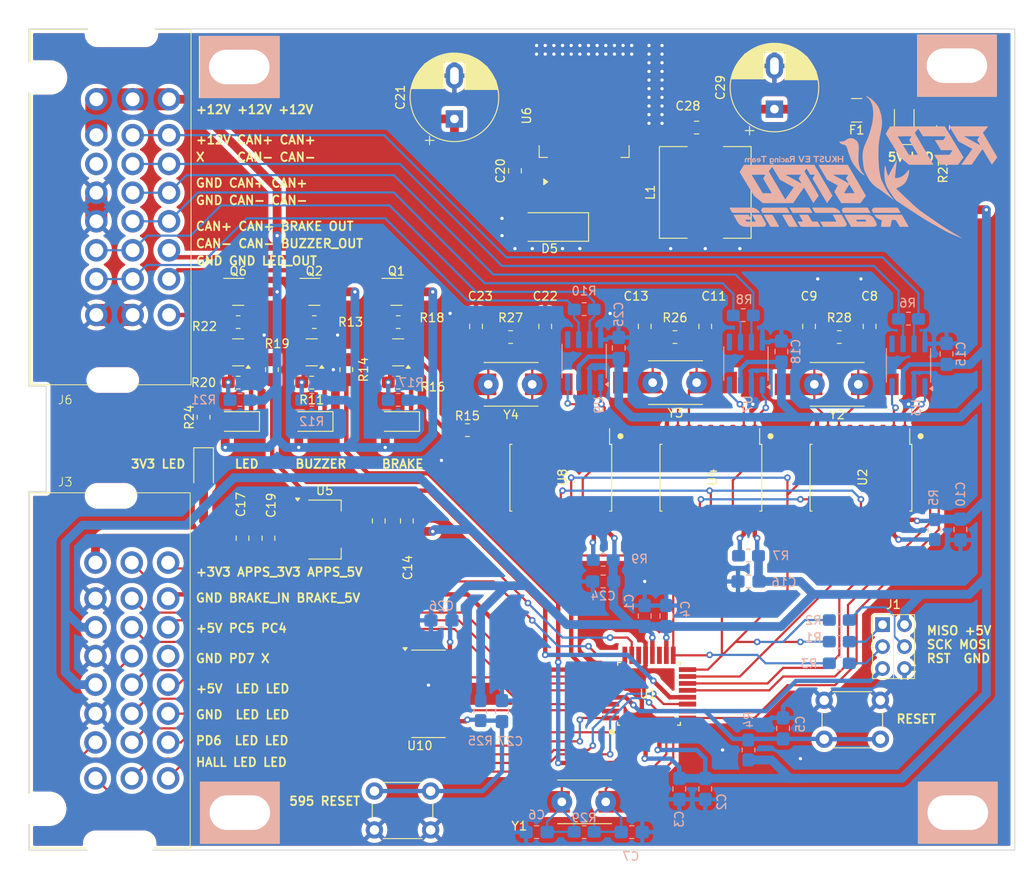
<source format=kicad_pcb>
(kicad_pcb (version 20241229) (generator "pcbnew") (generator_version "9.0")
  (layers (0 "F.Cu" signal) (2 "B.Cu" signal) (13 "F.Paste" user) (15 "B.Paste" user) (5 "F.SilkS" user "F.Silkscreen") (7 "B.SilkS" user "B.Silkscreen") (1 "F.Mask" user) (3 "B.Mask" user) (25 "Edge.Cuts" user))
  (net 0 "")
  (net 1 "APPS_3V3")
  (net 2 "GND")
  (net 3 "+3V3")
  (net 4 "+5V")
  (net 5 "APPS_5V")
  (net 6 "MISO")
  (net 7 "MOSI")
  (net 8 "SCK")
  (net 9 "CS")
  (net 10 "XTAL1")
  (net 11 "RST")
  (net 12 "XTAL2")
  (net 13 "BRAKE_5V")
  (net 14 "BRAKE OUT")
  (net 15 "CAN-")
  (net 16 "CAN+")
  (net 17 "+12V")
  (net 18 "Net-(J1-MISO)")
  (net 19 "Net-(J1-MOSI)")
  (net 20 "Net-(J1-SCK)")
  (net 21 "Net-(U2-OSC2)")
  (net 22 "Net-(U2-OSC1)")
  (net 23 "Net-(U2-~{RESET})")
  (net 25 "BRAKE_IN")
  (net 26 "QH")
  (net 27 "HallSensor")
  (net 28 "Net-(U4-OSC2)")
  (net 29 "QA")
  (net 30 "QC")
  (net 31 "PC5")
  (net 32 "PC4")
  (net 33 "Net-(U8-OSC2)")
  (net 34 "PD6")
  (net 35 "PD7")
  (net 39 "Net-(U2-RXCAN)")
  (net 41 "Net-(U2-TXCAN)")
  (net 47 "Net-(D2-K)")
  (net 48 "Net-(U4-OSC1)")
  (net 49 "Net-(U4-~{RESET})")
  (net 50 "CS2")
  (net 55 "Net-(U4-RXCAN)")
  (net 57 "Net-(U4-TXCAN)")
  (net 61 "CAN2+")
  (net 62 "CAN2-")
  (net 63 "Net-(U8-OSC1)")
  (net 64 "CAN3-")
  (net 65 "CAN3+")
  (net 66 "Net-(U8-~{RESET})")
  (net 67 "CS3")
  (net 71 "Net-(U8-TXCAN)")
  (net 74 "Net-(U8-RXCAN)")
  (net 79 "BUZZER_OUT")
  (net 80 "Net-(Q2-G)")
  (net 81 "Net-(Q3-B)")
  (net 82 "BUZZER_SIGNAL")
  (net 83 "Net-(U6-FB)")
  (net 84 "Net-(D4-K)")
  (net 85 "QG")
  (net 86 "QE")
  (net 87 "Net-(D3-K)")
  (net 88 "Net-(Q1-G)")
  (net 89 "Net-(Q4-B)")
  (net 90 "Net-(Q5-C)")
  (net 91 "Net-(Q5-B)")
  (net 92 "QD")
  (net 93 "QF")
  (net 95 "QB")
  (net 96 "LED_OUTPUT")
  (net 97 "LED")
  (net 98 "SER")
  (net 99 "SRCLK")
  (net 100 "RCLK")
  (net 102 "Net-(U10-~{SRCLR})")
  (net 103 "Net-(D5-K)")
  (net 104 "Net-(D6-K)")
  (net 105 "Net-(D7-K)")
  (footprint "Button_Switch_THT:SW_PUSH_6mm_H5mm" (layer "F.Cu") (at 132.75 134.25 180)
    (property "Reference" "SW2" (hide yes))
    (property "Value" "SW_Push")
  )
  (footprint "RMC_Crystal:Crystal_HC49-U_Vertical_W_SMD" (layer "F.Cu") (at 163.5 82.5 180)
    (property "Reference" "Y3")
    (property "Value" "16MHz")
  )
  (footprint "RMC_Resistor:R_0805_2012Metric_Pad1.20x1.40mm_HandSolder_L" (layer "F.Cu") (at 129 75.5 180)
    (property "Reference" "R18")
    (property "Value" "100k")
  )
  (footprint "MountingHole:MountingHole_3.2mm_M3" (layer "F.Cu") (at 111.1 45.9891 180)
    (property "Reference" "H2" (hide yes))
    (property "Value" "MountingHole")
  )
  (footprint "RMC_Capacitor:C_0805_2012Metric_Pad1.18x1.45mm_HandSolder_L" (layer "F.Cu") (at 164.5 76 -90)
    (property "Reference" "C11")
    (property "Value" "22pF")
  )
  (footprint "Package_TO_SOT_SMD:SOT-23" (layer "F.Cu") (at 119 79 180)
    (property "Reference" "Q3" (hide yes))
    (property "Value" "MMBT3904")
  )
  (footprint "LED_SMD:LED_1206_3216Metric_Pad1.42x1.75mm_HandSolder" (layer "F.Cu") (at 106.5 92.5 -90)
    (property "Reference" "D7" (hide yes))
    (property "Value" "IR204A")
  )
  (footprint "RMC_SOT:SOT-23" (layer "F.Cu") (at 119.3 72)
    (property "Reference" "Q2")
    (property "Value" "Q_PMOS_DGS")
  )
  (footprint "RMC_SO:SOIC-18W_7.5x11.6mm_P1.27mm_L" (layer "F.Cu") (at 165.14875 93.5 -90)
    (property "Reference" "U4")
    (property "Value" "MCP2515-xSO")
  )
  (footprint "RMC_Capacitor:C_0805_2012Metric_Pad1.18x1.45mm_HandSolder_L" (layer "F.Cu") (at 183.5 76 -90)
    (property "Reference" "C8")
    (property "Value" "22pF")
  )
  (footprint "RMC_Capacitor:C_0805_2012Metric_Pad1.18x1.45mm_HandSolder_L" (layer "F.Cu") (at 176.5 76 -90)
    (property "Reference" "C9")
    (property "Value" "22pF")
  )
  (footprint "Better_Handsolder:CP_Radial_D10.0mm_P5.00mm_F" (layer "F.Cu") (at 172.5 50.867677 90)
    (property "Reference" "C29")
    (property "Value" "330uF")
  )
  (footprint "RMC_Capacitor:C_0805_2012Metric_Pad1.18x1.45mm_HandSolder_L" (layer "F.Cu") (at 114 100.5 90)
    (property "Reference" "C19")
    (property "Value" "100nF")
  )
  (footprint "MountingHole:MountingHole_3.2mm_M3" (layer "F.Cu") (at 194.3 45.8367 180)
    (property "Reference" "H4" (hide yes))
    (property "Value" "MountingHole")
  )
  (footprint "Package_TO_SOT_SMD:TO-263-5_TabPin3" (layer "F.Cu") (at 150.5 51.625 90)
    (property "Reference" "U6")
    (property "Value" "LM2575-5.0BU")
  )
  (footprint "Diode_SMD:D_SMA_Handsoldering" (layer "F.Cu") (at 146.5 64.5 180)
    (property "Reference" "D5")
    (property "Value" "1N5819")
  )
  (footprint "RMC_Resistor:R_0805_2012Metric_Pad1.20x1.40mm_HandSolder_L" (layer "F.Cu") (at 129 82.5)
    (property "Reference" "R16")
    (property "Value" "1k")
  )
  (footprint "RMC_Resistor:R_0805_2012Metric_Pad1.20x1.40mm_HandSolder_L" (layer "F.Cu") (at 119 82.5)
    (property "Reference" "R11")
    (property "Value" "1k")
  )
  (footprint "to be sorted:PinHeader_2x03_P2.54mm_Vertical" (layer "F.Cu") (at 185 110.5)
    (property "Reference" "J1")
    (property "Value" "AVR-ISP-6")
  )
  (footprint "RMC_Crystal:Crystal_HC49-U_Vertical_W_SMD" (layer "F.Cu") (at 152.993282 131 180)
    (property "Reference" "Y1")
    (property "Value" "16MHz")
  )
  (footprint "MountingHole:MountingHole_3.2mm_M3" (layer "F.Cu") (at 194.4 132.2475 180)
    (property "Reference" "H1" (hide yes))
    (property "Value" "MountingHole")
  )
  (footprint "Inductor_SMD:L_10.4x10.4_H4.8" (layer "F.Cu") (at 164.5 60.5 90)
    (property "Reference" "L1")
    (property "Value" "330uH")
  )
  (footprint "RMC_Connnector:HD241_24pin" (layer "F.Cu") (at 102.5 62.2 -90)
    (property "Reference" "J6")
    (property "Value" "Conn_01x24")
  )
  (footprint "RMC_Resistor:R_0805_2012Metric_Pad1.20x1.40mm_HandSolder_L" (layer "F.Cu") (at 161 77.232297)
    (property "Reference" "R26")
    (property "Value" "10M")
  )
  (footprint "RMC_SOT:SOT-23" (layer "F.Cu") (at 128.8 72)
    (property "Reference" "Q1")
    (property "Value" "Q_PMOS_DGS")
  )
  (footprint "Package_TO_SOT_SMD:SOT-23" (layer "F.Cu") (at 110.5 79 180)
    (property "Reference" "Q5" (hide yes))
    (property "Value" "MMBT3904")
  )
  (footprint "RMC_Resistor:R_0805_2012Metric_Pad1.20x1.40mm_HandSolder_L" (layer "F.Cu") (at 142 77.232297)
    (property "Reference" "R27")
    (property "Value" "10M")
  )
  (footprint "MountingHole:MountingHole_3.2mm_M3" (layer "F.Cu") (at 110.9 132.2475 180)
    (property "Reference" "H3" (hide yes))
    (property "Value" "MountingHole")
  )
  (footprint "RMC_SO:SOIC-18W_7.5x11.6mm_P1.27mm_L" (layer "F.Cu") (at 182.5 93.5 -90)
    (property "Reference" "U2")
    (property "Value" "MCP2515-xSO")
  )
  (footprint "RMC_Capacitor:C_0805_2012Metric_Pad1.18x1.45mm_HandSolder_L" (layer "F.Cu") (at 146 76 -90)
    (property "Reference" "C22")
    (property "Value" "22pF")
  )
  (footprint "RMC_Resistor:R_0805_2012Metric_Pad1.20x1.40mm_HandSolder_L" (layer "F.Cu") (at 180 77.232297)
    (property "Reference" "R28")
    (property "Value" "10M")
  )
  (footprint "RMC_SOT:SOT-23" (layer "F.Cu") (at 110.5 72)
    (property "Reference" "Q6")
    (property "Value" "Q_PMOS_DGS")
  )
  (footprint "RMC_Resistor:R_0805_2012Metric_Pad1.20x1.40mm_HandSolder_L" (layer "F.Cu") (at 192 53 90)
    (property "Reference" "R23")
    (property "Value" "1k")
  )
  (footprint "Button_Switch_THT:SW_PUSH_6mm_H5mm" (layer "F.Cu") (at 178.25 119.25)
    (property "Reference" "SW1" (hide yes))
    (property "Value" "SW_Push")
  )
  (footprint "RMC_Resistor:R_0805_2012Metric_Pad1.20x1.40mm_HandSolder_L" (layer "F.Cu") (at 119.3 75.5 180)
    (property "Reference" "R13")
    (property "Value" "100k")
  )
  (footprint "Package_TO_SOT_SMD:SOT-223-3_TabPin2" (layer "F.Cu") (at 120.5 99.5)
    (property "Reference" "U5")
    (property "Value" "AMS1117-3.3")
  )
  (footprint "RMC_Resistor:R_0805_2012Metric_Pad1.20x1.40mm_HandSolder_L" (layer "F.Cu") (at 110.5 82.5)
    (property "Reference" "R20")
    (property "Value" "1k")
  )
  (footprint "LED_SMD:LED_1206_3216Metric_Pad1.42x1.75mm_HandSolder" (layer "F.Cu") (at 110.5 87 180)
    (property "Reference" "D4" (hide yes))
    (property "Value" "IR204A")
  )
  (footprint "RMC_Resistor:R_0805_2012Metric_Pad1.20x1.40mm_HandSolder_L" (layer "F.Cu") (at 106.5 86.5 90)
    (property "Reference" "R24")
    (property "Value" "1k")
  )
  (footprint "RMC_Capacitor:C_0805_2012Metric_Pad1.18x1.45mm_HandSolder_L" (layer "F.Cu") (at 138 76 -90)
    (property "Reference" "C23")
    (property "Value" "22pF")
  )
  (footprint "Better_Handsolder:CP_Radial_D10.0mm_P5.00mm_F" (layer "F.Cu") (at 135.5 52 90)
    (property "Reference" "C21")
    (property "Value" "330uF")
  )
  (footprint "Better_Handsolder:C_0805_2012Metric_Pad1.18x1.45mm_HandSolder_L" (layer "F.Cu") (at 163.5 53 180)
    (property "Reference" "C28")
    (property "Value" "100nF")
  )
  (footprint "RMC_QFP:TQFP-32_7x7mm_P0.8mm_L" (layer "F.Cu") (at 158 118.5 90)
    (property "Reference" "U1")
    (property "Value" "ATmega328P-A" (hide yes))
  )
  (footprint "RMC_Resistor:R_0805_2012Metric_Pad1.20x1.40mm_HandSolder_L" (layer "F.Cu") (at 137 88)
    (property "Reference" "R15")
    (property "Value" "1k")
  )
  (footprint "Fuse:Fuse_1210_3225Metric_Pad1.42x2.65mm_HandSolder" (layer "F.Cu") (at 182 51 180)
    (property "Reference" "F1")
    (property "Value" "Fuse")
  )
  (footprint "RMC_Capacitor:C_0805_2012Metric_Pad1.18x1.45mm_HandSolder_L" (layer "F.Cu") (at 157.5 76 -90)
    (property "Reference" "C13")
    (property "Value" "22pF")
  )
  (footprint "RMC_Resistor:R_0805_2012Metric_Pad1.20x1.40mm_HandSolder_L" (layer "F.Cu") (at 110.5 75.5 180)
    (property "Reference" "R22")
    (property "Value" "100k")
  )
  (footprint "LED_SMD:LED_1206_3216Metric_Pad1.42x1.75mm_HandSolder" (layer "F.Cu") (at 187.5 52.5 90)
    (property "Reference" "D6" (hide yes))
    (property "Value" "IR204A")
  )
  (footprint "Package_SO:SOIC-16_3.9x9.9mm_P1.27mm" (layer "F.Cu") (at 132.5 118.5)
    (property "Reference" "U10")
    (property "Value" "74HC595")
  )
  (footprint "RMC_Crystal:Crystal_HC49-U_Vertical_W_SMD" (layer "F.Cu") (at 144.493282 82.7 180)
    (property "Reference" "Y4")
    (property "Value" "16MHz")
  )
  (footprint "RMC_Capacitor:C_0805_2012Metric_Pad1.18x1.45mm_HandSolder_L" (layer "F.Cu") (at 126.75 98.5 90)
    (property "Reference" "C12" (hide yes))
    (property "Value" "100nF")
  )
  (footprint "RMC_Capacitor:C_0805_2012Metric_Pad1.18x1.45mm_HandSolder_L" (layer "F.Cu") (at 130 98.5 90)
    (property "Reference" "C14")
    (property "Value" "10uF")
  )
  (footprint "RMC_Crystal:Crystal_HC49-U_Vertical_W_SMD" (layer "F.Cu") (at 182.190781 82.7 180)
    (property "Reference" "Y2")
    (property "Value" "16MHz")
  )
  (footprint "RMC_Connnector:HD241_24pin" (layer "F.Cu") (at 102.4 115.8 -90)
    (property "Reference" "J3")
    (property "Value" "Conn_01x24")
  )
  (footprint "Better_Handsolder:C_0805_2012Metric_Pad1.18x1.45mm_HandSolder_L" (layer "F.Cu") (at 142.5 58 90)
    (property "Reference" "C20")
    (property "Value" "100nF")
  )
  (footprint "LED_SMD:LED_1206_3216Metric_Pad1.42x1.75mm_HandSolder" (layer "F.Cu") (at 119 87 180)
    (property "Reference" "D2" (hide yes))
    (property "Value" "IR204A")
  )
  (footprint "LED_SMD:LED_1206_3216Metric_Pad1.42x1.75mm_HandSolder" (layer "F.Cu") (at 129 87 180)
    (property "Reference" "D3" (hide yes))
    (property "Value" "IR204A")
  )
  (footprint "Package_TO_SOT_SMD:SOT-23" (layer "F.Cu") (at 129 79 180)
    (property "Reference" "Q4" (hide yes))
    (property "Value" "MMBT3904")
  )
  (footprint "RMC_SO:SOIC-18W_7.5x11.6mm_P1.27mm_L" (layer "F.Cu") (at 147.7975 93.5 -90)
    (property "Reference" "U8")
    (property "Value" "MCP2515-xSO")
  )
  (footprint "RMC_Resistor:R_0805_2012Metric_Pad1.20x1.40mm_HandSolder_L" (layer "F.Cu") (at 114.4 81 -90)
    (property "Reference" "R19")
    (property "Value" "1k")
  )
  (footprint "RMC_Capacitor:C_0805_2012Metric_Pad1.18x1.45mm_HandSolder_L" (layer "F.Cu") (at 111 100.5 90)
    (property "Reference" "C17")
    (property "Value" "22uF")
  )
  (footprint "RMC_Resistor:R_0805_2012Metric_Pad1.20x1.40mm_HandSolder_L" (layer "F.Cu") (at 123 81 -90)
    (property "Reference" "R14")
    (property "Value" "1k")
  )
  (footprint "RMC_Capacitor:C_0805_2012Metric_Pad1.18x1.45mm_HandSolder_L" (layer "B.Cu") (at 145 134.5)
    (property "Reference" "C6")
    (property "Value" "22pF")
  )
  (footprint "RMC_Resistor:R_0805_2012Metric_Pad1.20x1.40mm_HandSolder_L" (layer "B.Cu") (at 150.5 74)
    (property "Reference" "R10")
    (property "Value" "120R")
  )
  (footprint "" (layer "B.Cu") (at 110.6266 45.9891 180)
    (property "Reference" "")
    (property "Value" "")
  )
  (footprint "RMC_Resistor:R_0805_2012Metric_Pad1.20x1.40mm_HandSolder_L" (layer "B.Cu") (at 188 75.1)
    (property "Reference" "R6")
    (property "Value" "120R" (hide yes))
  )
  (footprint "RMC_Resistor:R_0805_2012Metric_Pad1.20x1.40mm_HandSolder_L" (layer "B.Cu") (at 168.9 74.7)
    (property "Reference" "R8")
    (property "Value" "120R")
  )
  (footprint "RMC_Resistor:R_0805_2012Metric_Pad1.20x1.40mm_HandSolder_L" (layer "B.Cu") (at 180 112.5 180)
    (property "Reference" "R1")
    (property "Value" "330R")
  )
  (footprint "" (layer "B.Cu") (at 193.5957 45.8367 180)
    (property "Reference" "")
    (property "Value" "")
  )
  (footprint "RMC_Capacitor:C_0805_2012Metric_Pad1.18x1.45mm_HandSolder_L" (layer "B.Cu") (at 160 109.5 -90)
    (property "Reference" "C4")
    (property "Value" "100nF")
  )
  (footprint "RMC_Resistor:R_0805_2012Metric_Pad1.20x1.40mm_HandSolder_L" (layer "B.Cu") (at 110.7 84.5)
    (property "Reference" "R21")
    (property "Value" "1k")
  )
  (footprint "RMC_Resistor:R_0805_2012Metric_Pad1.20x1.40mm_HandSolder_L" (layer "B.Cu") (at 180 115 180)
    (property "Reference" "R3")
    (property "Value" "330R")
  )
  (footprint "" (layer "B.Cu") (at 193.6973 132.2475 180)
    (property "Reference" "")
    (property "Value" "")
  )
  (footprint "RMC_Capacitor:C_0805_2012Metric_Pad1.18x1.45mm_HandSolder_L" (layer "B.Cu") (at 169.5 105.5)
    (property "Reference" "C16")
    (property "Value" "100nF")
  )
  (footprint "RMC_Resistor:R_0805_2012Metric_Pad1.20x1.40mm_HandSolder_L" (layer "B.Cu") (at 169.5 125 -90)
    (property "Reference" "R4")
    (property "Value" "4.7k")
  )
  (footprint "RMC_Capacitor:C_0805_2012Metric_Pad1.18x1.45mm_HandSolder_L" (layer "B.Cu") (at 194 99.5 90)
    (property "Reference" "C10")
    (property "Value" "100nF")
  )
  (footprint "RMC_Resistor:R_0805_2012Metric_Pad1.20x1.40mm_HandSolder_L" (layer "B.Cu") (at 129 84.5)
    (property "Reference" "R17")
    (property "Value" "1k")
  )
  (footprint "RMC_Resistor:R_0805_2012Metric_Pad1.20x1.40mm_HandSolder_L" (layer "B.Cu") (at 191 99.5 90)
    (property "Reference" "R5")
    (property "Value" "10k")
  )
  (footprint "RMC_Capacitor:C_0805_2012Metric_Pad1.18x1.45mm_HandSolder_L" (layer "B.Cu") (at 154.5 78.5 -90)
    (property "Reference" "C25")
    (property "Value" "100nF")
  )
  (footprint "Package_SO:SOIC-8_3.9x4.9mm_P1.27mm" (layer "B.Cu") (at 150.5 80 90)
    (property "Reference" "U9")
    (property "Value" "TJA1051T")
  )
  (footprint "RBR_logo:RBR_logo" (layer "B.Cu") (at 182.5 57.5 180)
    (property "Reference" "G***" (hide yes))
    (property "Value" "LOGO" (hide yes))
  )
  (footprint "RMC_Resistor:R_0805_2012Metric_Pad1.20x1.40mm_HandSolder_L" (layer "B.Cu") (at 150.5 134.5 180)
    (property "Reference" "R29")
    (property "Value" "10M")
  )
  (footprint "RMC_Capacitor:C_0805_2012Metric_Pad1.18x1.45mm_HandSolder_L" (layer "B.Cu") (at 173.5 122.5 -90)
    (property "Reference" "C5")
    (property "Value" "10uF")
  )
  (footprint "RMC_Capacitor:C_0805_2012Metric_Pad1.18x1.45mm_HandSolder_L" (layer "B.Cu") (at 161.5 129.5 90)
    (property "Reference" "C3")
    (property "Value" "100nF")
  )
  (footprint "" (layer "B.Cu") (at 110.6901 132.2475 180)
    (property "Reference" "")
    (property "Value" "")
  )
  (footprint "RMC_Resistor:R_0805_2012Metric_Pad1.20x1.40mm_HandSolder_L" (layer "B.Cu") (at 180 110 180)
    (property "Reference" "R2")
    (property "Value" "330R")
  )
  (footprint "RMC_Capacitor:C_0805_2012Metric_Pad1.18x1.45mm_HandSolder_L" (layer "B.Cu") (at 157.5 109.5 -90)
    (property "Reference" "C1")
    (property "Value" "100nF")
  )
  (footprint "RMC_Capacitor:C_0805_2012Metric_Pad1.18x1.45mm_HandSolder_L" (layer "B.Cu") (at 156 134.5 180)
    (property "Reference" "C7")
    (property "Value" "22pF")
  )
  (footprint "RMC_Resistor:R_0805_2012Metric_Pad1.20x1.40mm_HandSolder_L" (layer "B.Cu") (at 152.7 103)
    (property "Reference" "R9")
    (property "Value" "10k")
  )
  (footprint "RMC_Capacitor:C_0805_2012Metric_Pad1.18x1.45mm_HandSolder_L" (layer "B.Cu") (at 164.5 129.5 90)
    (property "Reference" "C2")
    (property "Value" "10uF")
  )
  (footprint "RMC_Capacitor:C_0805_2012Metric_Pad1.18x1.45mm_HandSolder_L" (layer "B.Cu") (at 173.3 78.9 90)
    (property "Reference" "C18")
    (property "Value" "100nF")
  )
  (footprint "Package_SO:SOIC-8_3.9x4.9mm_P1.27mm" (layer "B.Cu") (at 169.2 80.3 90)
    (property "Reference" "U7")
    (property "Value" "TJA1051T")
  )
  (footprint "RMC_Capacitor:C_0805_2012Metric_Pad1.18x1.45mm_HandSolder_L" (layer "B.Cu") (at 152.7 105.5)
    (property "Reference" "C24")
    (property "Value" "100nF")
  )
  (footprint "RMC_Capacitor:C_0805_2012Metric_Pad1.18x1.45mm_HandSolder_L" (layer "B.Cu") (at 134 110.0069 180)
    (property "Reference" "C26")
    (property "Value" "100nF")
  )
  (footprint "RMC_Resistor:R_0805_2012Metric_Pad1.20x1.40mm_HandSolder_L" (layer "B.Cu") (at 169.5 102.5)
    (property "Reference" "R7")
    (property "Value" "10k")
  )
  (footprint "RMC_Resistor:R_0805_2012Metric_Pad1.20x1.40mm_HandSolder_L" (layer "B.Cu") (at 138.5 120.4492 90)
    (property "Reference" "R25")
    (property "Value" "4.7k")
  )
  (footprint "RMC_Capacitor:C_0805_2012Metric_Pad1.18x1.45mm_HandSolder_L" (layer "B.Cu") (at 192.3931 79.1844 90)
    (property "Reference" "C15")
    (property "Value" "100nF")
  )
  (footprint "RMC_Capacitor:C_0805_2012Metric_Pad1.18x1.45mm_HandSolder_L" (layer "B.Cu") (at 141 120.5 -90)
    (property "Reference" "C27")
    (property "Value" "10uF")
  )
  (footprint "RMC_Resistor:R_0805_2012Metric_Pad1.20x1.40mm_HandSolder_L" (layer "B.Cu") (at 119 84.5)
    (property "Reference" "R12")
    (property "Value" "1k")
  )
  (footprint "Package_SO:SOIC-8_3.9x4.9mm_P1.27mm" (layer "B.Cu") (at 188 80.5 90)
    (property "Reference" "U3")
    (property "Value" "TJA1051T")
  )
  (gr_rect (start 106.1308 128.7042) (end 115.2494 135.7908) (stroke (width 0.1)) (fill yes) (layer "F.SilkS"))
  (gr_rect (start 189.0364 42.2934) (end 198.155 49.38) (stroke (width 0.1)) (fill yes) (layer "F.SilkS"))
  (gr_rect (start 106.0038 42.4458) (end 115.2494 49.5324) (stroke (width 0.1)) (fill yes) (layer "F.SilkS"))
  (gr_rect (start 189.138 128.7042) (end 198.2566 135.7908) (stroke (width 0.1)) (fill yes) (layer "F.SilkS"))
  (gr_rect (start 106.1308 42.4458) (end 115.2494 49.5324) (stroke (width 0.1)) (fill yes) (layer "B.SilkS"))
  (gr_rect (start 106.1308 128.7042) (end 115.2494 135.7908) (stroke (width 0.1)) (fill yes) (layer "B.SilkS"))
  (gr_rect (start 189.138 128.7042) (end 198.2566 135.7908) (stroke (width 0.1)) (fill yes) (layer "B.SilkS"))
  (gr_rect (start 189.0364 42.2934) (end 198.155 49.38) (stroke (width 0.1)) (fill yes) (layer "B.SilkS"))
  (gr_line (start 86.2934 95.1) (end 88.3 95.1) (stroke (width 0.1)) (layer "Edge.Cuts"))
  (gr_line (start 86.2934 41.5822) (end 200.2886 41.5822) (stroke (width 0.1)) (layer "Edge.Cuts"))
  (gr_line (start 88.3 95.1) (end 88.3 82.908) (stroke (width 0.1)) (layer "Edge.Cuts"))
  (gr_line (start 86.2934 136.5782) (end 86.2934 95.1) (stroke (width 0.1)) (layer "Edge.Cuts"))
  (gr_line (start 200.2886 136.5782) (end 86.2934 136.5782) (stroke (width 0.1)) (layer "Edge.Cuts"))
  (gr_line (start 200.2886 41.5822) (end 200.2886 136.5782) (stroke (width 0.1)) (layer "Edge.Cuts"))
  (gr_line (start 86.2934 82.908) (end 86.2934 41.5822) (stroke (width 0.1)) (layer "Edge.Cuts"))
  (gr_line (start 88.3 82.908) (end 86.2934 82.908) (stroke (width 0.1)) (layer "Edge.Cuts"))
  (gr_text "RESET" (at 186.5 122 0) (layer "F.SilkS") (effects (font (size 1 1) (thickness 0.2) (bold yes)) (justify left bottom)))
  (gr_text "HALL LED LED" (at 105.5 127 0) (layer "F.SilkS") (effects (font (size 1 1) (thickness 0.2) (bold yes)) (justify left bottom)))
  (gr_text "GND CAN+ CAN+" (at 105.5 60 0) (layer "F.SilkS") (effects (font (size 1 1) (thickness 0.2) (bold yes)) (justify left bottom)))
  (gr_text "GND CAN- CAN-" (at 105.5 62 0) (layer "F.SilkS") (effects (font (size 1 1) (thickness 0.2) (bold yes)) (justify left bottom)))
  (gr_text "+3V3 APPS_3V3 APPS_5V" (at 105.5 105 0) (layer "F.SilkS") (effects (font (size 1 1) (thickness 0.2) (bold yes)) (justify left bottom)))
  (gr_text "+12V CAN+ CAN+" (at 105.5 55 0) (layer "F.SilkS") (effects (font (size 1 1) (thickness 0.2) (bold yes)) (justify left bottom)))
  (gr_text "CAN- CAN- BUZZER_OUT" (at 105.5 67 0) (layer "F.SilkS") (effects (font (size 1 1) (thickness 0.2) (bold yes)) (justify left bottom)))
  (gr_text "GND PD7 X" (at 105.5 115 0) (layer "F.SilkS") (effects (font (size 1 1) (thickness 0.2) (bold yes)) (justify left bottom)))
  (gr_text "X     CAN- CAN-" (at 105.5 57 0) (layer "F.SilkS") (effects (font (size 1 1) (thickness 0.2) (bold yes)) (justify left bottom)))
  (gr_text "595 RESET\n" (at 120.5 131.5 0) (layer "F.SilkS") (effects (font (size 1 1) (thickness 0.2) (bold yes)) (justify bottom)))
  (gr_text "BUZZER" (at 117 92.5 0) (layer "F.SilkS") (effects (font (size 1 1) (thickness 0.2) (bold yes)) (justify left bottom)))
  (gr_text "5V LED" (at 185.5 57 0) (layer "F.SilkS") (effects (font (size 1 1) (thickness 0.2) (bold yes)) (justify left bottom)))
  (gr_text "+12V +12V +12V" (at 105.5 51.5 0) (layer "F.SilkS") (effects (font (size 1 1) (thickness 0.2) (bold yes)) (justify left bottom)))
  (gr_text "BRAKE" (at 127 92.5 0) (layer "F.SilkS") (effects (font (size 1 1) (thickness 0.2) (bold yes)) (justify left bottom)))
  (gr_text "GND BRAKE_IN BRAKE_5V" (at 105.5 108 0) (layer "F.SilkS") (effects (font (size 1 1) (thickness 0.2) (bold yes)) (justify left bottom)))
  (gr_text "GND GND LED_OUT" (at 105.5 69 0) (layer "F.SilkS") (effects (font (size 1 1) (thickness 0.2) (bold yes)) (justify left bottom)))
  (gr_text "GND  LED LED" (at 105.5 121.5 0) (layer "F.SilkS") (effects (font (size 1 1) (thickness 0.2) (bold yes)) (justify left bottom)))
  (gr_text "CAN+ CAN+ BRAKE OUT" (at 105.5 65 0) (layer "F.SilkS") (effects (font (size 1 1) (thickness 0.2) (bold yes)) (justify left bottom)))
  (gr_text "PD6  LED LED\n" (at 105.5 124.5 0) (layer "F.SilkS") (effects (font (size 1 1) (thickness 0.2) (bold yes)) (justify left bottom)))
  (gr_text "LED" (at 110 92.5 0) (layer "F.SilkS") (effects (font (size 1 1) (thickness 0.2) (bold yes)) (justify left bottom)))
  (gr_text "+5V PC5 PC4" (at 105.5 111.5 0) (layer "F.SilkS") (effects (font (size 1 1) (thickness 0.2) (bold yes)) (justify left bottom)))
  (gr_text "3V3 LED" (at 98 92.5 0) (layer "F.SilkS") (effects (font (size 1 1) (thickness 0.2) (bold yes)) (justify left bottom)))
  (gr_text "+5V  LED LED" (at 105.5 118.5 0) (layer "F.SilkS") (effects (font (size 1 1) (thickness 0.2) (bold yes)) (justify left bottom)))
  (gr_text "MISO +5V\nSCK MOSI\nRST  GND" (at 190 115 0) (layer "F.SilkS") (effects (font (size 1 1) (thickness 0.2) (bold yes)) (justify left bottom)))
  (segment (start 152.05 114.05) (end 151 113) (width 0.254) (layer "F.Cu") (net 1))
  (segment (start 155.2 114.05) (end 152.05 114.05) (width 0.254) (layer "F.Cu") (net 1))
  (segment (start 144.5 110) (end 140 105.5) (width 0.254) (layer "F.Cu") (net 1))
  (segment (start 100.375 105.5) (end 98.2 103.325) (width 0.254) (layer "F.Cu") (net 1))
  (segment (start 140 105.5) (end 100.375 105.5) (width 0.254) (layer "F.Cu") (net 1))
  (via (at 144.5 110) (size 0.762) (drill 0.381) (layers "F.Cu" "B.Cu") (net 1))
  (via (at 151 113) (size 0.762) (drill 0.381) (layers "F.Cu" "B.Cu") (net 1))
  (segment (start 147.5 113) (end 144.5 110) (width 0.254) (layer "B.Cu") (net 1))
  (segment (start 151 113) (end 147.5 113) (width 0.254) (layer "B.Cu") (net 1))
  (segment (start 157.164 115.664) (end 157.6 115.228) (width 0.508) (layer "F.Cu") (net 2))
  (segment (start 157 105.5) (end 157.5 105.5) (width 0.508) (layer "F.Cu") (net 2))
  (segment (start 157.5 121) (end 157.164 120.664) (width 0.508) (layer "F.Cu") (net 2))
  (segment (start 156 106.5) (end 157 105.5) (width 0.508) (layer "F.Cu") (net 2))
  (segment (start 98.3 74.675) (end 94.1 74.675) (width 2.54) (layer "F.Cu") (net 2))
  (segment (start 157.6 112.6) (end 156 111) (width 0.508) (layer "F.Cu") (net 2))
  (segment (start 156 111) (end 156 106.5) (width 0.508) (layer "F.Cu") (net 2))
  (segment (start 157.6 114.05) (end 157.6 112.6) (width 0.508) (layer "F.Cu") (net 2))
  (segment (start 94.1 60.535) (end 94.1 63.84) (width 2.54) (layer "F.Cu") (net 2))
  (segment (start 158.4 121.4) (end 158.4 122.95) (width 0.508) (layer "F.Cu") (net 2))
  (segment (start 157.6 115.228) (end 157.6 114.05) (width 0.508) (layer "F.Cu") (net 2))
  (segment (start 157.164 120.664) (end 157.164 115.664) (width 0.508) (layer "F.Cu") (net 2))
  (segment (start 156.8 121.028) (end 156.8 122.95) (width 0.508) (layer "F.Cu") (net 2))
  (segment (start 157.164 120.664) (end 156.8 121.028) (width 0.508) (layer "F.Cu") (net 2))
  (segment (start 158 121) (end 157.5 121) (width 0.508) (layer "F.Cu") (net 2))
  (segment (start 158 121) (end 158.4 121.4) (width 0.508) (layer "F.Cu") (net 2))
  (via (at 135 74.5) (size 0.762) (drill 0.381) (layers "F.Cu" "B.Cu") (net 2))
  (via (at 155 43.5) (size 0.762) (drill 0.381) (layers "F.Cu" "B.Cu") (net 2))
  (via (at 158 45.5) (size 0.762) (drill 0.381) (layers "F.Cu" "B.Cu") (net 2))
  (via (at 151 43.5) (size 0.762) (drill 0.381) (layers "F.Cu" "B.Cu") (net 2))
  (via (at 148 44.5) (size 0.762) (drill 0.381) (layers "F.Cu" "B.Cu") (net 2))
  (via (at 158 49.5) (size 0.762) (drill 0.381) (layers "F.Cu" "B.Cu") (net 2))
  (via (at 158 51.5) (size 0.762) (drill 0.381) (layers "F.Cu" "B.Cu") (net 2))
  (via (at 158 52.5) (size 0.762) (drill 0.381) (layers "F.Cu" "B.Cu") (net 2))
  (via (at 154 43.5) (size 0.762) (drill 0.381) (layers "F.Cu" "B.Cu") (net 2))
  (via (at 142.5 67) (size 0.762) (drill 0.381) (layers "F.Cu" "B.Cu") (net 2))
  (via (at 154 44.5) (size 0.762) (drill 0.381) (layers "F.Cu" "B.Cu") (net 2))
  (via (at 175.5 126) (size 0.762) (drill 0.381) (layers "F.Cu" "B.Cu") (net 2))
  (via (at 156 43.5) (size 0.762) (drill 0.381) (layers "F.Cu" "B.Cu") (net 2))
  (via (at 166.5 125) (size 0.762) (drill 0.381) (layers "F.Cu" "B.Cu") (net 2))
  (via (at 151 44.5) (size 0.762) (drill 0.381) (layers "F.Cu" "B.Cu") (net 2))
  (via (at 141 65.5) (size 0.762) (drill 0.381) (layers "F.Cu" "B.Cu") (net 2))
  (via (at 145 44.5) (size 0.762) (drill 0.381) (layers "F.Cu" "B.Cu") (net 2))
  (via (at 159.5 52.5) (size 0.762) (drill 0.381) (layers "F.Cu" "B.Cu") (net 2))
  (via (at 159.5 49.5) (size 0.762) (drill 0.381) (layers "F.Cu" "B.Cu") (net 2))
  (via (at 177.5 70.5) (size 0.762) (drill 0.381) (layers "F.Cu" "B.Cu") (net 2))
  (via (at 150 43.5) (size 0.762) (drill 0.381) (layers "F.Cu" "B.Cu") (net 2))
  (via (at 147 43.5) (size 0.762) (drill 0.381) (layers "F.Cu" "B.Cu") (net 2))
  (via (at 158 44.5) (size 0.762) (drill 0.381) (layers "F.Cu" "B.Cu") (net 2))
  (via (at 160.5 67) (size 0.762) (drill 0.381) (layers "F.Cu" "B.Cu") (net 2))
  (via (at 159.5 48.5) (size 0.762) (drill 0.381) (layers "F.Cu" "B.Cu") (net 2))
  (via (at 134 91.5) (size 0.762) (drill 0.381) (layers "F.Cu" "B.Cu") (net 2))
  (via (at 168.5 67) (size 0.762) (drill 0.381) (layers "F.Cu" "B.Cu") (net 2))
  (via (at 132.5 117.5) (size 0.762) (drill 0.381) (layers "F.Cu" "B.Cu") (net 2))
  (via (at 152 44.5) (size 0.762) (drill 0.381) (layers "F.Cu" "B.Cu") (net 2))
  (via (at 159.5 51.5) (size 0.762) (drill 0.381) (layers "F.Cu" "B.Cu") (net 2))
  (via (at 157.5 105.5) (size 0.762) (drill 0.381) (layers "F.Cu" "B.Cu") (net 2))
  (via (at 147 44.5) (size 0.762) (drill 0.381) (layers "F.Cu" "B.Cu") (net 2))
  (via (at 159.5 44.5) (size 0.762) (drill 0.381) (layers "F.Cu" "B.Cu") (net 2))
  (via (at 122 77) (size 0.762) (drill 0.381) (layers "F.Cu" "B.Cu") (net 2))
  (via (at 170 85) (size 0.762) (drill 0.381) (layers "F.Cu" "B.Cu") (net 2))
  (via (at 159.5 43.5) (size 0.762) (drill 0.381) (layers "F.Cu" "B.Cu") (net 2))
  (via (at 158 46.5) (size 0.762) (drill 0.381) (layers "F.Cu" "B.Cu") (net 2))
  (via (at 113.5 77) (size 0.762) (drill 0.381) (layers "F.Cu" "B.Cu") (net 2))
  (via (at 159.5 46.5) (size 0.762) (drill 0.381) (layers "F.Cu" "B.Cu") (net 2))
  (via (at 145 43.5) (size 0.762) (drill 0.381) (layers "F.Cu" "B.Cu") (net 2))
  (via (at 150 67) (size 0.762) (drill 0.381) (layers "F.Cu" "B.Cu") (net 2))
  (via (at 144.5 67) (size 0.762) (drill 0.381) (layers "F.Cu" "B.Cu") (net 2))
  (via (at 158 48.5) (size 0.762) (drill 0.381) (layers "F.Cu" "B.Cu") (net 2))
  (via (at 158 50.5) (size 0.762) (drill 0.381) (layers "F.Cu" "B.Cu") (net 2))
  (via (at 182.5 70.5) (size 0.762) (drill 0.381) (layers "F.Cu" "B.Cu") (net 2))
  (via (at 155 44.5) (size 0.762) (drill 0.381) (layers "F.Cu" "B.Cu") (net 2))
  (via (at 158 43.5) (size 0.762) (drill 0.381) (layers "F.Cu" "B.Cu") (net 2))
  (via (at 148 43.5) (size 0.762) (drill 0.381) (layers "F.Cu" "B.Cu") (net 2))
  (via (at 146 44.5) (size 0.762) (drill 0.381) (layers "F.Cu" "B.Cu") (net 2))
  (via (at 153.5 74.5) (size 0.762) (drill 0.381) (layers "F.Cu" "B.Cu") (net 2))
  (via (at 164.5 67) (size 0.762) (drill 0.381) (layers "F.Cu" "B.Cu") (net 2))
  (via (at 152 43.5) (size 0.762) (drill 0.381) (layers "F.Cu" "B.Cu") (net 2))
  (via (at 159.5 47.5) (size 0.762) (drill 0.381) (layers "F.Cu" "B.Cu") (net 2))
  (via (at 153 43.5) (size 0.762) (drill 0.381) (layers "F.Cu" "B.Cu") (net 2))
  (via (at 158 47.5) (size 0.762) (drill 0.381) (layers "F.Cu" "B.Cu") (net 2))
  (via (at 188 85) (size 0.762) (drill 0.381) (layers "F.Cu" "B.Cu") (net 2))
  (via (at 159.5 45.5) (size 0.762) (drill 0.381) (layers "F.Cu" "B.Cu") (net 2))
  (via (at 149 44.5) (size 0.762) (drill 0.381) (layers "F.Cu" "B.Cu") (net 2))
  (via (at 159.5 50.5) (size 0.762) (drill 0.381) (layers "F.Cu" "B.Cu") (net 2))
  (via (at 149 43.5) (size 0.762) (drill 0.381) (layers "F.Cu" "B.Cu") (net 2))
  (via (at 150 44.5) (size 0.762) (drill 0.381) (layers "F.Cu" "B.Cu") (net 2))
  (via (at 156 44.5) (size 0.762) (drill 0.381) (layers "F.Cu" "B.Cu") (net 2))
  (via (at 148 67) (size 0.762) (drill 0.381) (layers "F.Cu" "B.Cu") (net 2))
  (via (at 141 63.5) (size 0.762) (drill 0.381) (layers "F.Cu" "B.Cu") (net 2))
  (via (at 146 43.5) (size 0.762) (drill 0.381) (layers "F.Cu" "B.Cu") (net 2))
  (via (at 121.5 81) (size 0.762) (drill 0.381) (layers "F.Cu" "B.Cu") (net 2))
  (via (at 153 44.5) (size 0.762) (drill 0.381) (layers "F.Cu" "B.Cu") (net 2))
  (segment (start 157.4931 105.5069) (end 157.4931 108.2844) (width 0.254) (layer "B.Cu") (net 2))
  (segment (start 157.5 105.5) (end 157.4931 105.5069) (width 0.254) (layer "B.Cu") (net 2))
  (segment (start 108.5 100.5) (end 95 100.5) (width 1.016) (layer "F.Cu") (net 3))
  (segment (start 108.5 100.5) (end 106.5 98.5) (width 1.016) (layer "F.Cu") (net 3))
  (segment (start 114.0775 101.8) (end 113.9931 101.7156) (width 1.016) (layer "F.Cu") (net 3))
  (segment (start 110.9931 101.7156) (end 109.7156 101.7156) (width 1.016) (layer "F.Cu") (net 3))
  (segment (start 94 101.5) (end 94 103.325) (width 1.016) (layer "F.Cu") (net 3))
  (segment (start 106.5 98.5) (end 106.5 93.9875) (width 1.016) (layer "F.Cu") (net 3))
  (segment (start 117.35 101.8) (end 114.0775 101.8) (width 1.016) (layer "F.Cu") (net 3))
  (segment (start 113.9931 101.7156) (end 110.9931 101.7156) (width 1.016) (layer "F.Cu") (net 3))
  (segment (start 95 100.5) (end 94 101.5) (width 1.016) (layer "F.Cu") (net 3))
  (segment (start 109.7156 101.7156) (end 108.5 100.5) (width 1.016) (layer "F.Cu") (net 3))
  (segment (start 188.875 98.375) (end 189 98.5) (width 0.508) (layer "F.Cu") (net 4))
  (segment (start 134.975 114.055) (end 134.975 112.525) (width 0.508) (layer "F.Cu") (net 4))
  (segment (start 170.22875 100.22875) (end 170.5 100.5) (width 0.508) (layer "F.Cu") (net 4))
  (segment (start 160 114.05) (end 160 112) (width 0.508) (layer "F.Cu") (net 4))
  (segment (start 183.4875 51) (end 183.4875 59.4875) (width 1.016) (layer "F.Cu") (net 4))
  (segment (start 186.5 62.5) (end 197 62.5) (width 1.016) (layer "F.Cu") (net 4))
  (segment (start 183.4875 59.4875) (end 186.5 62.5) (width 1.016) (layer "F.Cu") (net 4))
  (segment (start 157.6 122.95) (end 157.6 125.9) (width 0.508) (layer "F.Cu") (net 4))
  (segment (start 187.58 98.375) (end 188.875 98.375) (width 0.508) (layer "F.Cu") (net 4))
  (segment (start 183.4875 51) (end 187.4875 51) (width 1.016) (layer "F.Cu") (net 4))
  (segment (start 117.35 99.5) (end 123.65 99.5) (width 1.016) (layer "F.Cu") (net 4))
  (segment (start 152.8775 99.3775) (end 154 100.5) (width 0.508) (layer "F.Cu") (net 4))
  (segment (start 159.2 124.8) (end 159 125) (width 0.508) (layer "F.Cu") (net 4))
  (segment (start 129.9931 99.7156) (end 126.7431 99.7156) (width 1.016) (layer "F.Cu") (net 4))
  (segment (start 187.4875 51) (end 187.5 51.0125) (width 1.016) (layer "F.Cu") (net 4))
  (segment (start 152.8775 98.375) (end 152.8775 99.3775) (width 0.508) (layer "F.Cu") (net 4))
  (segment (start 157.6 125.9) (end 157.5 126) (width 0.508) (layer "F.Cu") (net 4))
  (segment (start 123.8656 99.7156) (end 123.65 99.5) (width 1.016) (layer "F.Cu") (net 4))
  (segment (start 126.7431 99.7156) (end 123.8656 99.7156) (width 1.016) (layer "F.Cu") (net 4))
  (segment (start 170.22875 98.375) (end 170.22875 100.22875) (width 0.508) (layer "F.Cu") (net 4))
  (segment (start 134.975 112.525) (end 135 112.5) (width 0.508) (layer "F.Cu") (net 4))
  (segment (start 158.3875 112) (end 158.3875 114.05) (width 0.508) (layer "F.Cu") (net 4))
  (segment (start 159.2 122.95) (end 159.2 124.8) (width 0.508) (layer "F.Cu") (net 4))
  (segment (start 133 99.7156) (end 129.9931 99.7156) (width 1.016) (layer "F.Cu") (net 4))
  (via (at 170.5 100.5) (size 0.762) (drill 0.381) (layers "F.Cu" "B.Cu") (net 4))
  (via (at 159 125) (size 0.762) (drill 0.381) (layers "F.Cu" "B.Cu") (net 4))
  (via (at 135 112.5) (size 0.762) (drill 0.381) (layers "F.Cu" "B.Cu") (net 4))
  (via (at 133 99.7156) (size 0.762) (drill 0.381) (layers "F.Cu" "B.Cu") (net 4))
  (via (at 189 98.5) (size 0.762) (drill 0.381) (layers "F.Cu" "B.Cu") (net 4))
  (via (at 154 100.5) (size 0.762) (drill 0.381) (layers "F.Cu" "B.Cu") (net 4))
  (via (at 157.5 126) (size 0.762) (drill 0.381) (layers "F.Cu" "B.Cu") (net 4))
  (via (at 158.3875 112) (size 0.762) (drill 0.381) (layers "F.Cu" "B.Cu") (net 4))
  (via (at 197 62.5) (size 0.762) (drill 0.381) (layers "F.Cu" "B.Cu") (net 4))
  (via (at 160 112) (size 0.762) (drill 0.381) (layers "F.Cu" "B.Cu") (net 4))
  (segment (start 189.5 107) (end 177 107) (width 1.016) (layer "B.Cu") (net 4))
  (segment (start 135 110.2156) (end 135.2156 110) (width 0.508) (layer "B.Cu") (net 4))
  (segment (start 137 106) (end 135.2156 107.7844) (width 1.016) (layer "B.Cu") (net 4))
  (segment (start 190.88 98.5) (end 191.0325 98.3475) (width 0.508) (layer "B.Cu") (net 4))
  (segment (start 155.9931 110.4931) (end 153.9156 108.4156) (width 1.016) (layer "B.Cu") (net 4))
  (segment (start 158.3875 111.6031) (end 157.5 110.7156) (width 0.508) (layer "B.Cu") (net 4))
  (segment (start 137.5 99.5) (end 131.5 93.5) (width 1.016) (layer "B.Cu") (net 4))
  (segment (start 159 125) (end 163.5 125) (width 0.508) (layer "B.Cu") (net 4))
  (segment (start 187.54 108.96) (end 187.54 110.5) (width 1.016) (layer "B.Cu") (net 4))
  (segment (start 175.5 105.5) (end 170.7156 105.5) (width 1.016) (layer "B.Cu") (net 4))
  (segment (start 135 112.5) (end 135 110.2156) (width 0.508) (layer "B.Cu") (net 4))
  (segment (start 90.5 109) (end 92.305 110.805) (width 1.016) (layer "B.Cu") (net 4))
  (segment (start 104.5 99) (end 92.5 99) (width 1.016) (layer "B.Cu") (net 4))
  (segment (start 195.1 80.4) (end 197 78.5) (width 1.016) (layer "B.Cu") (net 4))
  (segment (start 156 110.4931) (end 155.9931 110.4931) (width 1.016) (layer "B.Cu") (net 4))
  (segment (start 173.3069 84.8069) (end 173.3069 80.1156) (width 1.016) (layer "B.Cu") (net 4))
  (segment (start 154.5 79.7156) (end 154.2844 79.5) (width 0.508) (layer "B.Cu") (net 4))
  (segment (start 197 105) (end 195 107) (width 1.016) (layer "B.Cu") (net 4))
  (segment (start 133.2156 99.5) (end 137.5 99.5) (width 1.016) (layer "B.Cu") (net 4))
  (segment (start 197 78.5) (end 197 83.5) (width 1.016) (layer "B.Cu") (net 4))
  (segment (start 153.9156 108.4156) (end 153.9156 105.5) (width 1.016) (layer "B.Cu") (net 4))
  (segment (start 90.5 101) (end 90.5 109) (width 1.016) (layer "B.Cu") (net 4))
  (segment (start 163.5 125) (end 164.5 126) (width 0.508) (layer "B.Cu") (net 4))
  (segment (start 175 86.5) (end 173.3069 84.8069) (width 1.016) (layer "B.Cu") (net 4))
  (segment (start 160 112) (end 160 110.7156) (width 0.508) (layer "B.Cu") (net 4))
  (segment (start 158.3875 112) (end 158.3875 111.6031) (width 0.508) (layer "B.Cu") (net 4))
  (segment (start 194 86.5) (end 197 83.5) (width 1.016) (layer "B.Cu") (net 4))
  (segment (start 189 98.5) (end 190.88 98.5) (width 0.508) (layer "B.Cu") (net 4))
  (segment (start 194 98.2844) (end 191.0956 98.2844) (width 1.016) (layer "B.Cu") (net 4))
  (segment (start 154.5 85) (end 156 86.5) (width 1.016) (layer "B.Cu") (net 4))
  (segment (start 92.305 110.805) (end 94 110.805) (width 1.016) (layer "B.Cu") (net 4))
  (segment (start 154 100.5) (end 154 102.885) (width 0.508) (layer "B.Cu") (net 4))
  (segment (start 141.5 106) (end 137 106) (width 1.016) (layer "B.Cu") (net 4))
  (segment (start 135.2156 107.7844) (end 135.2156 110) (width 1.016) (layer "B.Cu") (net 4))
  (segment (start 170.6525 102.5325) (end 170.6525 105.4369) (width 1.016) (layer "B.Cu") (net 4))
  (segment (start 153.8525 103.0325) (end 153.8525 105.4369) (width 1.016) (layer "B.Cu") (net 4))
  (segment (start 148.4931 110.4931) (end 144 106) (width 1.016) (layer "B.Cu") (net 4))
  (segment (start 149.865 80.635) (end 149.865 82.475) (width 0.508) (layer "B.Cu") (net 4))
  (segment (start 110 93.5) (end 104.5 99) (width 1.016) (layer "B.Cu") (net 4))
  (segment (start 156 86.5) (end 175 86.5) (width 1.016) (layer "B.Cu") (net 4))
  (segment (start 168.565 82.775) (end 168.565 80.935) (width 0.508) (layer "B.Cu") (net 4))
  (segment (start 177 107) (end 173.2844 110.7156) (width 1.016) (layer "B.Cu") (net 4))
  (segment (start 131.5 93.5) (end 110 93.5) (width 1.016) (layer "B.Cu") (net 4))
  (segment (start 90.5 116) (end 91.94 117.44) (width 1.016) (layer "B.Cu") (net 4))
  (segment (start 157.5 126) (end 160.5 126) (width 0.508) (layer "B.Cu") (net 4))
  (segment (start 164.5 128.2844) (end 161.5 128.2844) (width 1.016) (layer "B.Cu") (net 4))
  (segment (start 175.5 128.2844) (end 174.2844 128.2844) (width 1.016) (layer "B.Cu") (net 4))
  (segment (start 137.5 99.5) (end 144 106) (width 1.016) (layer "B.Cu") (net 4))
  (segment (start 170.5 102.38) (end 170.6525 102.5325) (width 0.508) (layer "B.Cu") (net 4))
  (segment (start 187.2156 128.2844) (end 197 118.5) (width 1.016) (layer "B.Cu") (net 4))
  (segment (start 160.5 126) (end 161.5 127) (width 0.508) (layer "B.Cu") (net 4))
  (segment (start 173.2844 110.7156) (end 160 110.7156) (width 1.016) (layer "B.Cu") (net 4))
  (segment (start 161.5 127) (end 161.5 128.2844) (width 0.508) (layer "B.Cu") (net 4))
  (segment (start 174.2844 128.2844) (end 172.1525 126.1525) (width 1.016) (layer "B.Cu") (net 4))
  (segment (start 154 102.885) (end 153.8525 103.0325) (width 0.508) (layer "B.Cu") (net 4))
  (segment (start 197 96) (end 197 105) (width 1.016) (layer "B.Cu") (net 4))
  (segment (start 172.1525 126.1525) (end 169.4675 126.1525) (width 1.016) (layer "B.Cu") (net 4))
  (segment (start 164.5 126) (end 164.5 128.2844) (width 0.508) (layer "B.Cu") (net 4))
  (segment (start 188.1 80.4) (end 192.4 80.4) (width 0.508) (layer "B.Cu") (net 4))
  (segment (start 189.5 107) (end 195 107) (width 1.016) (layer "B.Cu") (net 4))
  (segment (start 175 86.5) (end 194 86.5) (width 1.016) (layer "B.Cu") (net 4))
  (segment (start 138.5325 108.9675) (end 138.5325 119.2967) (width 1.016) (layer "B.Cu") (net 4))
  (segment (start 177 107) (end 175.5 105.5) (width 1.016) (layer "B.Cu") (net 4))
  (segment (start 175.5 128.2844) (end 187.2156 128.2844) (width 1.016) (layer "B.Cu") (net 4))
  (segment (start 197 83.5) (end 197 96) (width 1.016) (layer "B.Cu") (net 4))
  (segment (start 90.5 109) (end 90.5 116) (width 1.016) (layer "B.Cu") (net 4))
  (segment (start 191.0956 98.2844) (end 191.0325 98.3475) (width 1.016) (layer "B.Cu") (net 4))
  (segment (start 197 62.5) (end 197 78.5) (width 1.016) (layer "B.Cu") (net 4))
  (segment (start 170.6525 105.4369) (end 170.7156 105.5) (width 1.016) (layer "B.Cu") (net 4))
  (segment (start 194.7156 98.2844) (end 194 98.2844) (width 1.016) (layer "B.Cu") (net 4))
  (segment (start 141.5 106) (end 138.5325 108.9675) (width 1.016) (layer "B.Cu") (net 4))
  (segment (start 91.94 117.44) (end 94 117.44) (width 1.016) (layer "B.Cu") (net 4))
  (segment (start 197 105) (end 197 118.5) (width 1.016) (layer "B.Cu") (net 4))
  (segment (start 169.3844 80.1156) (end 173.3069 80.1156) (width 0.508) (layer "B.Cu") (net 4))
  (segment (start 154.5 85) (end 154.5 79.7156) (width 1.016) (layer "B.Cu") (net 4))
  (segment (start 144 106) (end 141.5 106) (width 1.016) (layer "B.Cu") (net 4))
  (segment (start 187.365 81.135) (end 188.1 80.4) (width 0.508) (layer "B.Cu") (net 4))
  (segment (start 192.4 80.4) (end 195.1 80.4) (width 1.016) (layer "B.Cu") (net 4))
  (segment (start 189.5 107) (end 187.54 108.96) (width 1.016) (layer "B.Cu") (net 4))
  (segment (start 175.5 128.2844) (end 164.5 128.2844) (width 1.016) (layer "B.Cu") (net 4))
  (segment (start 168.565 80.935) (end 169.3844 80.1156) (width 0.508) (layer "B.Cu") (net 4))
  (segment (start 92.5 99) (end 90.5 101) (width 1.016) (layer "B.Cu") (net 4))
  (segment (start 156 110.4931) (end 148.4931 110.4931) (width 1.016) (layer "B.Cu") (net 4))
  (segment (start 154.2844 79.5) (end 151 79.5) (width 0.508) (layer "B.Cu") (net 4))
  (segment (start 151 79.5) (end 149.865 80.635) (width 0.508) (layer "B.Cu") (net 4))
  (segment (start 133 99.7156) (end 133.2156 99.5) (width 1.016) (layer "B.Cu") (net 4))
  (segment (start 170.5 100.5) (end 170.5 102.38) (width 0.508) (layer "B.Cu") (net 4))
  (segment (start 187.365 82.975) (end 187.365 81.135) (width 0.508) (layer "B.Cu") (net 4))
  (segment (start 157.2775 110.4931) (end 157.5 110.7156) (width 1.016) (layer "B.Cu") (net 4))
  (segment (start 153.8525 105.4369) (end 153.9156 105.5) (width 1.016) (layer "B.Cu") (net 4))
  (segment (start 160 110.7156) (end 157.5 110.7156) (width 1.016) (layer "B.Cu") (net 4))
  (segment (start 197 96) (end 194.7156 98.2844) (width 1.016) (layer "B.Cu") (net 4))
  (segment (start 156 110.4931) (end 157.2775 110.4931) (width 1.016) (layer "B.Cu") (net 4))
  (segment (start 156 112.5) (end 155.5 112) (width 0.254) (layer "F.Cu") (net 5))
  (segment (start 155.5 112) (end 153.5 112) (width 0.254) (layer "F.Cu") (net 5))
  (segment (start 140 104) (end 103.075 104) (width 0.254) (layer "F.Cu") (net 5))
  (segment (start 144 108) (end 140 104) (width 0.254) (layer "F.Cu") (net 5))
  (segment (start 156 114.05) (end 156 112.5) (width 0.254) (layer "F.Cu") (net 5))
  (segment (start 103.075 104) (end 102.4 103.325) (width 0.254) (layer "F.Cu") (net 5))
  (via (at 144 108) (size 0.762) (drill 0.381) (layers "F.Cu" "B.Cu") (net 5))
  (via (at 153.5 112) (size 0.762) (drill 0.381) (layers "F.Cu" "B.Cu") (net 5))
  (segment (start 148 112) (end 153.5 112) (width 0.254) (layer "B.Cu") (net 5))
  (segment (start 144 108) (end 148 112) (width 0.254) (layer "B.Cu") (net 5))
  (segment (start 162.45 115.7) (end 164.8 115.7) (width 0.254) (layer "F.Cu") (net 6))
  (segment (start 175.5 94) (end 182 94) (width 0.254) (layer "F.Cu") (net 6))
  (segment (start 182 94) (end 183.7725 95.7725) (width 0.254) (layer "F.Cu") (net 6))
  (segment (start 164.8 115.7) (end 166.25 114.25) (width 0.254) (layer "F.Cu") (net 6))
  (segment (start 149 93.5) (end 149 98.305) (width 0.254) (layer "F.Cu") (net 6))
  (segment (start 168 112.5) (end 174 106.5) (width 0.254) (layer "F.Cu") (net 6))
  (segment (start 174 106.5) (end 174 95.5) (width 0.254) (layer "F.Cu") (net 6))
  (segment (start 174 95.5) (end 175.5 94) (width 0.254) (layer "F.Cu") (net 6))
  (segment (start 183.7725 95.7725) (end 183.7725 98.375) (width 0.254) (layer "F.Cu") (net 6))
  (segment (start 166.42125 98.375) (end 166.42125 114.07875) (width 0.254) (layer "F.Cu") (net 6))
  (segment (start 174 95.5) (end 174 93.5) (width 0.254) (layer "F.Cu") (net 6))
  (segment (start 166.25 114.25) (end 168 112.5) (width 0.254) (layer "F.Cu") (net 6))
  (segment (start 170.5 112.5) (end 168 112.5) (width 0.254) (layer "F.Cu") (net 6))
  (segment (start 166.42125 114.07875) (end 166.25 114.25) (width 0.254) (layer "F.Cu") (net 6))
  (segment (start 149 98.305) (end 149.07 98.375) (width 0.254) (layer "F.Cu") (net 6))
  (via (at 170.5 112.5) (size 0.762) (drill 0.381) (layers "F.Cu" "B.Cu") (net 6))
  (via (at 149 93.5) (size 0.762) (drill 0.381) (layers "F.Cu" "B.Cu") (net 6))
  (via (at 174 93.5) (size 0.762) (drill 0.381) (layers "F.Cu" "B.Cu") (net 6))
  (segment (start 176.0325 109.9675) (end 173.5 112.5) (width 0.254) (layer "B.Cu") (net 6))
  (segment (start 174 93.5) (end 149 93.5) (width 0.254) (layer "B.Cu") (net 6))
  (segment (start 173.5 112.5) (end 170.5 112.5) (width 0.254) (layer "B.Cu") (net 6))
  (segment (start 178.8475 109.9675) (end 176.0325 109.9675) (width 0.254) (layer "B.Cu") (net 6))
  (segment (start 147.7975 95.2025) (end 147.7975 98.375) (width 0.254) (layer "F.Cu") (net 7))
  (segment (start 165.14875 95.14875) (end 165 95) (width 0.254) (layer "F.Cu") (net 7))
  (segment (start 182.5 102.5) (end 172.25 112.75) (width 0.254) (layer "F.Cu") (net 7))
  (segment (start 182.499368 98.374368) (end 182.5 98.375) (width 0.254) (layer "F.Cu") (net 7))
  (segment (start 182.499368 96.000632) (end 182.499368 98.374368) (width 0.254) (layer "F.Cu") (net 7))
  (segment (start 172.5 112.5) (end 175.5 112.5) (width 0.254) (layer "F.Cu") (net 7))
  (segment (start 148 95) (end 147.7975 95.2025) (width 0.254) (layer "F.Cu") (net 7))
  (segment (start 172.25 112.75) (end 172.5 112.5) (width 0.254) (layer "F.Cu") (net 7))
  (segment (start 165.14875 98.375) (end 165.14875 95.14875) (width 0.254) (layer "F.Cu") (net 7))
  (segment (start 172.25 112.75) (end 168.5 116.5) (width 0.254) (layer "F.Cu") (net 7))
  (segment (start 168.5 116.5) (end 162.45 116.5) (width 0.254) (layer "F.Cu") (net 7))
  (segment (start 182.5 98.375) (end 182.5 102.5) (width 0.254) (layer "F.Cu") (net 7))
  (via (at 175.5 112.5) (size 0.762) (drill 0.381) (layers "F.Cu" "B.Cu") (net 7))
  (via (at 182.499368 96.000632) (size 0.762) (drill 0.381) (layers "F.Cu" "B.Cu") (net 7))
  (via (at 165 95) (size 0.762) (drill 0.381) (layers "F.Cu" "B.Cu") (net 7))
  (via (at 148 95) (size 0.762) (drill 0.381) (layers "F.Cu" "B.Cu") (net 7))
  (segment (start 175.5 112.5) (end 175.5325 112.4675) (width 0.254) (layer "B.Cu") (net 7))
  (segment (start 181.498736 95) (end 182.499368 96.000632) (width 0.254) (layer "B.Cu") (net 7))
  (segment (start 175.5325 112.4675) (end 178.8475 112.4675) (width 0.254) (layer "B.Cu") (net 7))
  (segment (start 165 95) (end 181.498736 95) (width 0.254) (layer "B.Cu") (net 7))
  (segment (start 165 95) (end 148 95) (width 0.254) (layer "B.Cu") (net 7))
  (segment (start 160.8 105.7) (end 163.87625 102.62375) (width 0.254) (layer "F.Cu") (net 8))
  (segment (start 148.5 102.5) (end 157.5 102.5) (width 0.254) (layer "F.Cu") (net 8))
  (segment (start 180.5 96) (end 175.5 96) (width 0.254) (layer "F.Cu") (net 8))
  (segment (start 164.95 114.05) (end 165 114) (width 0.254) (layer "F.Cu") (net 8))
  (segment (start 181.2275 98.375) (end 181.2275 96.7275) (width 0.254) (layer "F.Cu") (net 8))
  (segment (start 146.525 98.375) (end 146.525 100.525) (width 0.254) (layer "F.Cu") (net 8))
  (segment (start 160.8 105.8) (end 160.8 114.05) (width 0.254) (layer "F.Cu") (net 8))
  (segment (start 163.87625 96.12375) (end 163.87625 98.375) (width 0.254) (layer "F.Cu") (net 8))
  (segment (start 160.8 105.8) (end 160.8 105.7) (width 0.254) (layer "F.Cu") (net 8))
  (segment (start 163.87625 102.62375) (end 163.87625 98.375) (width 0.254) (layer "F.Cu") (net 8))
  (segment (start 146.525 100.525) (end 148.5 102.5) (width 0.254) (layer "F.Cu") (net 8))
  (segment (start 181.2275 96.7275) (end 180.5 96) (width 0.254) (layer "F.Cu") (net 8))
  (segment (start 160.8 114.05) (end 164.95 114.05) (width 0.254) (layer "F.Cu") (net 8))
  (segment (start 157.5 102.5) (end 160.8 105.8) (width 0.254) (layer "F.Cu") (net 8))
  (segment (start 164 96) (end 163.87625 96.12375) (width 0.254) (layer "F.Cu") (net 8))
  (via (at 175.5 96) (size 0.762) (drill 0.381) (layers "F.Cu" "B.Cu") (net 8))
  (via (at 164 96) (size 0.762) (drill 0.381) (layers "F.Cu" "B.Cu") (net 8))
  (via (at 165 114) (size 0.762) (drill 0.381) (layers "F.Cu" "B.Cu") (net 8))
  (segment (start 165 114) (end 170.5 114) (width 0.254) (layer "B.Cu") (net 8))
  (segment (start 171.4675 114.9675) (end 178.8475 114.9675) (width 0.254) (layer "B.Cu") (net 8))
  (segment (start 170.5 114) (end 171.4675 114.9675) (width 0.254) (layer "B.Cu") (net 8))
  (segment (start 175.5 96) (end 164 96) (width 0.254) (layer "B.Cu") (net 8))
  (segment (start 178.5 115.5) (end 180 114) (width 0.254) (layer "F.Cu") (net 9))
  (segment (start 171.7 117.3) (end 173.5 115.5) (width 0.254) (layer "F.Cu") (net 9))
  (segment (start 162.45 117.3) (end 171.7 117.3) (width 0.254) (layer "F.Cu") (net 9))
  (segment (start 173.5 115.5) (end 178.5 115.5) (width 0.254) (layer "F.Cu") (net 9))
  (segment (start 185.04 102.46) (end 185.04 98.375) (width 0.254) (layer "F.Cu") (net 9))
  (segment (start 180 114) (end 180 107.5) (width 0.254) (layer "F.Cu") (net 9))
  (segment (start 180 107.5) (end 185.04 102.46) (width 0.254) (layer "F.Cu") (net 9))
  (segment (start 149.5 127.5) (end 147.913282 129.086718) (width 0.254) (layer "F.Cu") (net 10))
  (segment (start 160 125.5) (end 158 127.5) (width 0.254) (layer "F.Cu") (net 10))
  (segment (start 147.913282 129.086718) (end 147.913282 131) (width 0.254) (layer "F.Cu") (net 10))
  (segment (start 158 127.5) (end 149.5 127.5) (width 0.254) (layer "F.Cu") (net 10))
  (segment (start 160 122.95) (end 160 125.5) (width 0.254) (layer "F.Cu") (net 10))
  (segment (start 149.3475 133.3475) (end 149.3475 134.4675) (width 0.254) (layer "B.Cu") (net 10))
  (segment (start 147 134.5) (end 147.0325 134.4675) (width 0.254) (layer "B.Cu") (net 10))
  (segment (start 147.913282 131) (end 147.913282 131.586718) (width 0.254) (layer "B.Cu") (net 10))
  (segment (start 146.2156 133.2844) (end 146.2156 134.5) (width 0.254) (layer "B.Cu") (net 10))
  (segment (start 146.2156 134.5) (end 147 134.5) (width 0.254) (layer "B.Cu") (net 10))
  (segment (start 147.913282 131.586718) (end 146.2156 133.2844) (width 0.254) (layer "B.Cu") (net 10))
  (segment (start 147.913282 131.913282) (end 149.3475 133.3475) (width 0.254) (layer "B.Cu") (net 10))
  (segment (start 147.0325 134.4675) (end 149.3475 134.4675) (width 0.254) (layer "B.Cu") (net 10))
  (segment (start 147.913282 131) (end 147.913282 131.913282) (width 0.254) (layer "B.Cu") (net 10))
  (segment (start 156.19879 119.802474) (end 155.296316 118.9) (width 0.508) (layer "F.Cu") (net 11))
  (segment (start 155.296316 118.9) (end 153.55 118.9) (width 0.508) (layer "F.Cu") (net 11))
  (via (at 156.19879 119.802474) (size 0.762) (drill 0.381) (layers "F.Cu" "B.Cu") (net 11))
  (segment (start 178.25 123.75) (end 184.75 123.75) (width 0.508) (layer "B.Cu") (net 11))
  (segment (start 156.896316 120.5) (end 156.19879 119.802474) (width 0.508) (layer "B.Cu") (net 11))
  (segment (start 173.5 123.7156) (end 178.2156 123.7156) (width 0.508) (layer "B.Cu") (net 11))
  (segment (start 164.5 120.5) (end 156.896316 120.5) (width 0.508) (layer "B.Cu") (net 11))
  (segment (start 164.5 120.5) (end 167.7156 123.7156) (width 0.508) (layer "B.Cu") (net 11))
  (segment (start 167.7156 123.7156) (end 173.5 123.7156) (width 0.508) (layer "B.Cu") (net 11))
  (segment (start 183.58 117) (end 185 115.58) (width 0.508) (layer "B.Cu") (net 11))
  (segment (start 175 117) (end 183.58 117) (width 0.508) (layer "B.Cu") (net 11))
  (segment (start 164.5 120.5) (end 171.5 120.5) (width 0.508) (layer "B.Cu") (net 11))
  (segment (start 171.5 120.5) (end 175 117) (width 0.508) (layer "B.Cu") (net 11))
  (segment (start 178.2156 123.7156) (end 178.25 123.75) (width 0.508) (layer "B.Cu") (net 11))
  (segment (start 160.8 126.2) (end 160.8 122.95) (width 0.254) (layer "F.Cu") (net 12))
  (segment (start 158.5 128.5) (end 160.8 126.2) (width 0.254) (layer "F.Cu") (net 12))
  (segment (start 154 128.5) (end 158.5 128.5) (width 0.254) (layer "F.Cu") (net 12))
  (segment (start 152.993282 131) (end 152.993282 129.506718) (width 0.254) (layer "F.Cu") (net 12))
  (segment (start 152.993282 129.506718) (end 154 128.5) (width 0.254) (layer "F.Cu") (net 12))
  (segment (start 154.7519 134.4675) (end 154.7844 134.5) (width 0.254) (layer "B.Cu") (net 12))
  (segment (start 151.6525 134.4675) (end 154.7519 134.4675) (width 0.254) (layer "B.Cu") (net 12))
  (segment (start 152.993282 131) (end 154.7844 132.791118) (width 0.254) (layer "B.Cu") (net 12))
  (segment (start 154.7844 132.791118) (end 154.7844 134.5) (width 0.254) (layer "B.Cu") (net 12))
  (segment (start 151.6525 132.340782) (end 152.993282 131) (width 0.254) (layer "B.Cu") (net 12))
  (segment (start 151.6525 134.4675) (end 151.6525 132.340782) (width 0.254) (layer "B.Cu") (net 12))
  (segment (start 149 114) (end 149 107.5) (width 0.508) (layer "F.Cu") (net 13))
  (segment (start 153.55 115.7) (end 150.7 115.7) (width 0.508) (layer "F.Cu") (net 13))
  (segment (start 102.875 107) (end 102.4 107.475) (width 0.508) (layer "F.Cu") (net 13))
  (segment (start 149 107.5) (end 138.1525 96.6525) (width 0.508) (layer "F.Cu") (net 13))
  (segment (start 150.7 115.7) (end 149 114) (width 0.508) (layer "F.Cu") (net 13))
  (segment (start 145.7 115.7) (end 150.7 115.7) (width 0.508) (layer "F.Cu") (net 13))
  (segment (start 138.1525 96.6525) (end 138.1525 87.9675) (width 0.508) (layer "F.Cu") (net 13))
  (segment (start 137 107) (end 102.875 107) (width 0.508) (layer "F.Cu") (net 13))
  (segment (start 145.7 115.7) (end 137 107) (width 0.508) (layer "F.Cu") (net 13))
  (segment (start 125.575 68) (end 103.305 68) (width 0.508) (layer "F.Cu") (net 14))
  (segment (start 103.305 68) (end 102.5 67.195) (width 0.508) (layer "F.Cu") (net 14))
  (segment (start 127.7 71.05) (end 127.7 70.125) (width 0.508) (layer "F.Cu") (net 14))
  (segment (start 127.7 70.125) (end 125.575 68) (width 0.508) (layer "F.Cu") (net 14))
  (segment (start 129.205 57.205) (end 102.5 57.205) (width 0.254) (layer "B.Cu") (net 15))
  (segment (start 141 69) (end 129.205 57.205) (width 0.254) (layer "B.Cu") (net 15))
  (segment (start 187.365 75.65) (end 186.8475 75.1325) (width 0.254) (layer "B.Cu") (net 15))
  (segment (start 184 69) (end 141 69) (width 0.254) (layer "B.Cu") (net 15))
  (segment (start 98.3 57.205) (end 102.5 57.205) (width 0.254) (layer "B.Cu") (net 15))
  (segment (start 186.8475 75.1325) (end 186.8475 71.8475) (width 0.254) (layer "B.Cu") (net 15))
  (segment (start 186.8475 71.8475) (end 184 69) (width 0.254) (layer "B.Cu") (net 15))
  (segment (start 187.365 78.025) (end 187.365 75.65) (width 0.254) (layer "B.Cu") (net 15))
  (segment (start 189.1525 75.1325) (end 189.1525 72.1525) (width 0.254) (layer "B.Cu") (net 16))
  (segment (start 127.375 53.875) (end 102.5 53.875) (width 0.254) (layer "B.Cu") (net 16))
  (segment (start 189.1525 72.1525) (end 185 68) (width 0.254) (layer "B.Cu") (net 16))
  (segment (start 188.635 75.65) (end 189.1525 75.1325) (width 0.254) (layer "B.Cu") (net 16))
  (segment (start 141.5 68) (end 127.375 53.875) (width 0.254) (layer "B.Cu") (net 16))
  (segment (start 185 68) (end 141.5 68) (width 0.254) (layer "B.Cu") (net 16))
  (segment (start 188.635 78.025) (end 188.635 75.65) (width 0.254) (layer "B.Cu") (net 16))
  (segment (start 102.5 53.875) (end 98.3 53.875) (width 0.254) (layer "B.Cu") (net 16))
  (segment (start 104.725 49.725) (end 107 52) (width 1.016) (layer "F.Cu") (net 17))
  (segment (start 109 90) (end 109 87.0125) (width 1.016) (layer "F.Cu") (net 17))
  (segment (start 94.1 53.875) (end 94.1 49.725) (width 2.54) (layer "F.Cu") (net 17))
  (segment (start 94.1 49.725) (end 102.5 49.725) (width 2.54) (layer "F.Cu") (net 17))
  (segment (start 147.0406 59.2156) (end 147.1 59.275) (width 1.016) (layer "F.Cu") (net 17))
  (segment (start 107 52) (end 135.5 52) (width 1.016) (layer "F.Cu") (net 17))
  (segment (start 124 72) (end 120.4 72) (width 1.016) (layer "F.Cu") (net 17))
  (segment (start 127.5125 87) (end 127.5125 89.9875) (width 1.016) (layer "F.Cu") (net 17))
  (segment (start 142.4931 59.2156) (end 147.0406 59.2156) (width 1.016) (layer "F.Cu") (net 17))
  (segment (start 102.5 49.725) (end 104.725 49.725) (width 1.016) (layer "F.Cu") (net 17))
  (segment (start 115 60) (end 107 52) (width 1.016) (layer "F.Cu") (net 17))
  (segment (start 135.5 56.5) (end 138.2156 59.2156) (width 1.016) (layer "F.Cu") (net 17))
  (segment (start 115 65.5) (end 115 60) (width 1.016) (layer "F.Cu") (net 17))
  (segment (start 133 72) (end 129.9 72) (width 1.016) (layer "F.Cu") (net 17))
  (segment (start 127.5125 89.9875) (end 127.5 90) (width 1.016) (layer "F.Cu") (net 17))
  (segment (start 135.5 52) (end 135.5 56.5) (width 1.016) (layer "F.Cu") (net 17))
  (segment (start 109 87.0125) (end 109.0125 87) (width 1.016) (layer "F.Cu") (net 17))
  (segment (start 117.5 87.0125) (end 117.5125 87) (width 1.016) (layer "F.Cu") (net 17))
  (segment (start 115 72) (end 111.6 72) (width 1.016) (layer "F.Cu") (net 17))
  (segment (start 117.5 90) (end 117.5 87.0125) (width 1.016) (layer "F.Cu") (net 17))
  (segment (start 138.2156 59.2156) (end 142.4931 59.2156) (width 1.016) (layer "F.Cu") (net 17))
  (via (at 115 65.5) (size 0.762) (drill 0.381) (layers "F.Cu" "B.Cu") (net 17))
  (via (at 124 72) (size 0.762) (drill 0.381) (layers "F.Cu" "B.Cu") (net 17))
  (via (at 115 72) (size 0.762) (drill 0.381) (layers "F.Cu" "B.Cu") (net 17))
  (via (at 127.5 90) (size 0.762) (drill 0.381) (layers "F.Cu" "B.Cu") (net 17))
  (via (at 117.5 90) (size 0.762) (drill 0.381) (layers "F.Cu" "B.Cu") (net 17))
  (via (at 109 90) (size 0.762) (drill 0.381) (layers "F.Cu" "B.Cu") (net 17))
  (via (at 133 72) (size 0.762) (drill 0.381) (layers "F.Cu" "B.Cu") (net 17))
  (segment (start 124 85.5) (end 124 72) (width 1.016) (layer "B.Cu") (net 17))
  (segment (start 115 83) (end 113.4675 84.5325) (width 1.016) (layer "B.Cu") (net 17))
  (segment (start 120.1525 84.5325) (end 123.0325 84.5325) (width 1.016) (layer "B.Cu") (net 17))
  (segment (start 124 89) (end 124 85.5) (width 1.016) (layer "B.Cu") (net 17))
  (segment (start 115 89) (end 116 90) (width 1.016) (layer "B.Cu") (net 17))
  (segment (start 115 65.5) (end 115 72) (width 1.016) (layer "B.Cu") (net 17))
  (segment (start 127.5 90) (end 131.5 90) (width 1.016) (layer "B.Cu") (net 17))
  (segment (start 116 90) (end 117.5 90) (width 1.016) (layer "B.Cu") (net 17))
  (segment (start 113.4675 84.5325) (end 111.8525 84.5325) (width 1.016) (layer "B.Cu") (net 17))
  (segment (start 115 83) (end 115 89) (width 1.016) (layer "B.Cu") (net 17))
  (segment (start 123 90) (end 127.5 90) (width 1.016) (layer "B.Cu") (net 17))
  (segment (start 130.1525 84.5325) (end 132.0325 84.5325) (width 1.016) (layer "B.Cu") (net 17))
  (segment (start 123.0325 84.5325) (end 124 85.5) (width 1.016) (layer "B.Cu") (net 17))
  (segment (start 133 85.5) (end 133 72) (width 1.016) (layer "B.Cu") (net 17))
  (segment (start 123 90) (end 124 89) (width 1.016) (layer "B.Cu") (net 17))
  (segment (start 114 90) (end 109 90) (width 1.016) (layer "B.Cu") (net 17))
  (segment (start 131.5 90) (end 133 88.5) (width 1.016) (layer "B.Cu") (net 17))
  (segment (start 115 89) (end 114 90) (width 1.016) (layer "B.Cu") (net 17))
  (segment (start 115 72) (end 115 83) (width 1.016) (layer "B.Cu") (net 17))
  (segment (start 133 88.5) (end 133 85.5) (width 1.016) (layer "B.Cu") (net 17))
  (segment (start 132.0325 84.5325) (end 133 85.5) (width 1.016) (layer "B.Cu") (net 17))
  (segment (start 117.5 90) (end 123 90) (width 1.016) (layer "B.Cu") (net 17))
  (segment (start 183.0325 112.4675) (end 185 110.5) (width 0.254) (layer "B.Cu") (net 18))
  (segment (start 181.1525 112.4675) (end 183.0325 112.4675) (width 0.254) (layer "B.Cu") (net 18))
  (segment (start 186.362 109.506) (end 186.362 111.862) (width 0.254) (layer "B.Cu") (net 19))
  (segment (start 182.62 108.5) (end 185.356 108.5) (width 0.254) (layer "B.Cu") (net 19))
  (segment (start 181.1525 109.9675) (end 182.62 108.5) (width 0.254) (layer "B.Cu") (net 19))
  (segment (start 186.362 111.862) (end 187.54 113.04) (width 0.254) (layer "B.Cu") (net 19))
  (segment (start 185.356 108.5) (end 186.362 109.506) (width 0.254) (layer "B.Cu") (net 19))
  (segment (start 181.1525 114.9675) (end 183.0725 114.9675) (width 0.254) (layer "B.Cu") (net 20))
  (segment (start 183.0725 114.9675) (end 185 113.04) (width 0.254) (layer "B.Cu") (net 20))
  (segment (start 183.484197 77.199797) (end 183.5 77.2156) (width 0.254) (layer "F.Cu") (net 21))
  (segment (start 179.96 87.04) (end 182.190781 84.809219) (width 0.254) (layer "F.Cu") (net 21))
  (segment (start 182.190781 84.809219) (end 182.190781 82.7) (width 0.254) (layer "F.Cu") (net 21))
  (segment (start 182.190781 80.190781) (end 182.190781 82.7) (width 0.254) (layer "F.Cu") (net 21))
  (segment (start 182.190781 80.190781) (end 183.5 78.881562) (width 0.254) (layer "F.Cu") (net 21))
  (segment (start 181.1525 77.4675) (end 181.1525 79.1525) (width 0.254) (layer "F.Cu") (net 21))
  (segment (start 183.5 78.881562) (end 183.5 77.2156) (width 0.254) (layer "F.Cu") (net 21))
  (segment (start 181.1525 79.1525) (end 182.190781 80.190781) (width 0.254) (layer "F.Cu") (net 21))
  (segment (start 179.96 88.625) (end 179.96 87.04) (width 0.254) (layer "F.Cu") (net 21))
  (segment (start 181.1525 77.199797) (end 183.484197 77.199797) (width 0.254) (layer "F.Cu") (net 21))
  (segment (start 178.8475 77.4675) (end 178.8475 78.374062) (width 0.254) (layer "F.Cu") (net 22))
  (segment (start 178.69 86.69) (end 178.69 88.625) (width 0.254) (layer "F.Cu") (net 22))
  (segment (start 177.110781 82.7) (end 177.110781 85.110781) (width 0.254) (layer "F.Cu") (net 22))
  (segment (start 177.110781 80.110781) (end 177.110781 82.7) (width 0.254) (layer "F.Cu") (net 22))
  (segment (start 177.110781 85.110781) (end 178.69 86.69) (width 0.254) (layer "F.Cu") (net 22))
  (segment (start 176.515803 77.199797) (end 176.5 77.2156) (width 0.254) (layer "F.Cu") (net 22))
  (segment (start 176.5 77.2156) (end 176.5 79.5) (width 0.254) (layer "F.Cu") (net 22))
  (segment (start 178.8475 77.199797) (end 176.515803 77.199797) (width 0.254) (layer "F.Cu") (net 22))
  (segment (start 177.110781 80.110781) (end 178.8475 78.374062) (width 0.254) (layer "F.Cu") (net 22))
  (segment (start 176.5 79.5) (end 177.110781 80.110781) (width 0.254) (layer "F.Cu") (net 22))
  (segment (start 186.31 100.115) (end 186.31 98.375) (width 0.508) (layer "F.Cu") (net 23))
  (segment (start 186.8475 100.6525) (end 186.31 100.115) (width 0.508) (layer "F.Cu") (net 23))
  (via (at 186.8475 100.6525) (size 0.762) (drill 0.381) (layers "F.Cu" "B.Cu") (net 23))
  (segment (start 186.8475 100.6525) (end 191.0325 100.6525) (width 0.508) (layer "B.Cu") (net 23))
  (segment (start 98.2 107.475) (end 99.828 109.103) (width 0.254) (layer "F.Cu") (net 25))
  (segment (start 99.828 109.103) (end 136.603 109.103) (width 0.254) (layer "F.Cu") (net 25))
  (segment (start 136.603 109.103) (end 144 116.5) (width 0.254) (layer "F.Cu") (net 25))
  (segment (start 144 116.5) (end 153.55 116.5) (width 0.254) (layer "F.Cu") (net 25))
  (segment (start 109 121.675) (end 130.025 121.675) (width 0.254) (layer "F.Cu") (net 26))
  (segment (start 102.4 128.275) (end 109 121.675) (width 0.254) (layer "F.Cu") (net 26))
  (segment (start 153.55 121.3) (end 150.2 121.3) (width 0.254) (layer "F.Cu") (net 27))
  (segment (start 104.5 129) (end 103 130.5) (width 0.254) (layer "F.Cu") (net 27))
  (segment (start 106 125.5) (end 104.5 127) (width 0.254) (layer "F.Cu") (net 27))
  (segment (start 96.225 130.5) (end 94 128.275) (width 0.254) (layer "F.Cu") (net 27))
  (segment (start 150.2 121.3) (end 150 121.5) (width 0.254) (layer "F.Cu") (net 27))
  (segment (start 145 125.5) (end 106 125.5) (width 0.254) (layer "F.Cu") (net 27))
  (segment (start 146.5 124) (end 145 125.5) (width 0.254) (layer "F.Cu") (net 27))
  (segment (start 104.5 127) (end 104.5 129) (width 0.254) (layer "F.Cu") (net 27))
  (segment (start 150 124) (end 146.5 124) (width 0.254) (layer "F.Cu") (net 27))
  (segment (start 103 130.5) (end 96.225 130.5) (width 0.254) (layer "F.Cu") (net 27))
  (via (at 150 124) (size 0.762) (drill 0.381) (layers "F.Cu" "B.Cu") (net 27))
  (via (at 150 121.5) (size 0.762) (drill 0.381) (layers "F.Cu" "B.Cu") (net 27))
  (segment (start 150 121.5) (end 150 124) (width 0.254) (layer "B.Cu") (net 27))
  (segment (start 163.5 80.5) (end 164.5 79.5) (width 0.254) (layer "F.Cu") (net 28))
  (segment (start 162.60875 83.39125) (end 163.5 82.5) (width 0.254) (layer "F.Cu") (net 28))
  (segment (start 162.1525 77.199797) (end 164.484197 77.199797) (width 0.254) (layer "F.Cu") (net 28))
  (segment (start 162.1525 79.1525) (end 163.5 80.5) (width 0.254) (layer "F.Cu") (net 28))
  (segment (start 162.4044 77.2156) (end 162.1525 77.4675) (width 0.254) (layer "F.Cu") (net 28))
  (segment (start 164.484197 77.199797) (end 164.5 77.2156) (width 0.254) (layer "F.Cu") (net 28))
  (segment (start 163.5 80.5) (end 163.5 82.5) (width 0.254) (layer "F.Cu") (net 28))
  (segment (start 164.5 79.5) (end 164.5 77.2156) (width 0.254) (layer "F.Cu") (net 28))
  (segment (start 162.60875 88.625) (end 162.60875 83.39125) (width 0.254) (layer "F.Cu") (net 28))
  (segment (start 162.1525 77.4675) (end 162.1525 79.1525) (width 0.254) (layer "F.Cu") (net 28))
  (segment (start 99.877 115.763) (end 98.2 117.44) (width 0.254) (layer "F.Cu") (net 29))
  (segment (start 103.737 115.763) (end 99.877 115.763) (width 0.254) (layer "F.Cu") (net 29))
  (segment (start 106.5 113) (end 103.737 115.763) (width 0.254) (layer "F.Cu") (net 29))
  (segment (start 133.325 115.325) (end 131 113) (width 0.254) (layer "F.Cu") (net 29))
  (segment (start 131 113) (end 106.5 113) (width 0.254) (layer "F.Cu") (net 29))
  (segment (start 134.975 115.325) (end 133.325 115.325) (width 0.254) (layer "F.Cu") (net 29))
  (segment (start 130.025 115.325) (end 107.675 115.325) (width 0.254) (layer "F.Cu") (net 30))
  (segment (start 99.927 119.068) (end 98.2 120.795) (width 0.254) (layer "F.Cu") (net 30))
  (segment (start 103.932 119.068) (end 99.927 119.068) (width 0.254) (layer "F.Cu") (net 30))
  (segment (start 107.675 115.325) (end 103.932 119.068) (width 0.254) (layer "F.Cu") (net 30))
  (segment (start 105.5 111) (end 135.5 111) (width 0.254) (layer "F.Cu") (net 31))
  (segment (start 135.5 111) (end 142.6 118.1) (width 0.254) (layer "F.Cu") (net 31))
  (segment (start 142.6 118.1) (end 153.55 118.1) (width 0.254) (layer "F.Cu") (net 31))
  (segment (start 98.2 110.805) (end 99.895 112.5) (width 0.254) (layer "F.Cu") (net 31))
  (segment (start 99.895 112.5) (end 104 112.5) (width 0.254) (layer "F.Cu") (net 31))
  (segment (start 104 112.5) (end 105.5 111) (width 0.254) (layer "F.Cu") (net 31))
  (segment (start 103.205 110) (end 102.4 110.805) (width 0.254) (layer "F.Cu") (net 32))
  (segment (start 143.3 117.3) (end 136 110) (width 0.254) (layer "F.Cu") (net 32))
  (segment (start 153.55 117.3) (end 143.3 117.3) (width 0.254) (layer "F.Cu") (net 32))
  (segment (start 136 110) (end 103.205 110) (width 0.254) (layer "F.Cu") (net 32))
  (segment (start 143.1525 77.4675) (end 143.1525 79.6525) (width 0.254) (layer "F.Cu") (net 33))
  (segment (start 145.2575 88.625) (end 145.2575 86.7575) (width 0.254) (layer "F.Cu") (net 33))
  (segment (start 145.984197 77.199797) (end 146 77.2156) (width 0.254) (layer "F.Cu") (net 33))
  (segment (start 144.506718 80.993282) (end 146 79.5) (width 0.254) (layer "F.Cu") (net 33))
  (segment (start 144.493282 80.993282) (end 144.493282 82.7) (width 0.254) (layer "F.Cu") (net 33))
  (segment (start 145.2575 86.7575) (end 144.493282 85.993282) (width 0.254) (layer "F.Cu") (net 33))
  (segment (start 144.493282 80.993282) (end 144.506718 80.993282) (width 0.254) (layer "F.Cu") (net 33))
  (segment (start 143.1525 79.6525) (end 144.493282 80.993282) (width 0.254) (layer "F.Cu") (net 33))
  (segment (start 143.1525 77.199797) (end 145.984197 77.199797) (width 0.254) (layer "F.Cu") (net 33))
  (segment (start 144.493282 85.993282) (end 144.493282 82.7) (width 0.254) (layer "F.Cu") (net 33))
  (segment (start 146 79.5) (end 146 77.2156) (width 0.254) (layer "F.Cu") (net 33))
  (segment (start 146.791 126.206322) (end 146.791 126.209) (width 0.254) (layer "F.Cu") (net 34))
  (segment (start 106.5 127.5) (end 105.5 128.5) (width 0.254) (layer "F.Cu") (net 34))
  (segment (start 146.791 126.209) (end 145.5 127.5) (width 0.254) (layer "F.Cu") (net 34))
  (segment (start 159.0125 120.5125) (end 162.45 120.5125) (width 0.254) (layer "F.Cu") (net 34))
  (segment (start 94 124.125) (end 91 127.125) (width 0.254) (layer "F.Cu") (net 34))
  (segment (start 147.206322 125.791) (end 146.791 126.206322) (width 0.254) (layer "F.Cu") (net 34))
  (segment (start 145.5 127.5) (end 106.5 127.5) (width 0.254) (layer "F.Cu") (net 34))
  (segment (start 105.5 128.5) (end 105.5 129.5) (width 0.254) (layer "F.Cu") (net 34))
  (segment (start 92.5 131.5) (end 91 130) (width 0.254) (layer "F.Cu") (net 34))
  (segment (start 158 119.5) (end 159.0125 120.5125) (width 0.254) (layer "F.Cu") (net 34))
  (segment (start 147.5 125.5) (end 147.209 125.791) (width 0.254) (layer "F.Cu") (net 34))
  (segment (start 153.5 125.5) (end 147.5 125.5) (width 0.254) (layer "F.Cu") (net 34))
  (segment (start 105.5 129.5) (end 103.5 131.5) (width 0.254) (layer "F.Cu") (net 34))
  (segment (start 103.5 131.5) (end 92.5 131.5) (width 0.254) (layer "F.Cu") (net 34))
  (segment (start 147.209 125.791) (end 147.206322 125.791) (width 0.254) (layer "F.Cu") (net 34))
  (segment (start 91 127.125) (end 91 130) (width 0.254) (layer "F.Cu") (net 34))
  (via (at 153.5 125.5) (size 0.762) (drill 0.381) (layers "F.Cu" "B.Cu") (net 34))
  (via (at 158 119.5) (size 0.762) (drill 0.381) (layers "F.Cu" "B.Cu") (net 34))
  (segment (start 158 119.5) (end 157.5 119) (width 0.254) (layer "B.Cu") (net 34))
  (segment (start 156 119) (end 153.5 121.5) (width 0.254) (layer "B.Cu") (net 34))
  (segment (start 153.5 121.5) (end 153.5 125.5) (width 0.254) (layer "B.Cu") (net 34))
  (segment (start 157.5 119) (end 156 119) (width 0.254) (layer "B.Cu") (net 34))
  (segment (start 103.143467 131) (end 93 131) (width 0.254) (layer "F.Cu") (net 35))
  (segment (start 147 125) (end 145.5 126.5) (width 0.254) (layer "F.Cu") (net 35))
  (segment (start 145.5 126.5) (end 106 126.5) (width 0.254) (layer "F.Cu") (net 35))
  (segment (start 96 116.335) (end 96 125.5) (width 0.254) (layer "F.Cu") (net 35))
  (segment (start 159.6875 119.6875) (end 158.5 118.5) (width 0.254) (layer "F.Cu") (net 35))
  (segment (start 162.45 119.6875) (end 159.6875 119.6875) (width 0.254) (layer "F.Cu") (net 35))
  (segment (start 105 129.143467) (end 103.143467 131) (width 0.254) (layer "F.Cu") (net 35))
  (segment (start 93 131) (end 91.5 129.5) (width 0.254) (layer "F.Cu") (net 35))
  (segment (start 91.5 127.5) (end 91.5 129.5) (width 0.254) (layer "F.Cu") (net 35))
  (segment (start 151.5 124.5) (end 151 125) (width 0.254) (layer "F.Cu") (net 35))
  (segment (start 105 127.5) (end 105 129.143467) (width 0.254) (layer "F.Cu") (net 35))
  (segment (start 96 125.5) (end 95.5 126) (width 0.254) (layer "F.Cu") (net 35))
  (segment (start 151 125) (end 147 125) (width 0.254) (layer "F.Cu") (net 35))
  (segment (start 93 126) (end 91.5 127.5) (width 0.254) (layer "F.Cu") (net 35))
  (segment (start 95.5 126) (end 93 126) (width 0.254) (layer "F.Cu") (net 35))
  (segment (start 106 126.5) (end 105 127.5) (width 0.254) (layer "F.Cu") (net 35))
  (segment (start 98.2 114.135) (end 96 116.335) (width 0.254) (layer "F.Cu") (net 35))
  (via (at 151.5 124.5) (size 0.762) (drill 0.381) (layers "F.Cu" "B.Cu") (net 35))
  (via (at 158.5 118.5) (size 0.762) (drill 0.381) (layers "F.Cu" "B.Cu") (net 35))
  (segment (start 155.5 118.5) (end 151.5 122.5) (width 0.254) (layer "B.Cu") (net 35))
  (segment (start 158.5 118.5) (end 155.5 118.5) (width 0.254) (layer "B.Cu") (net 35))
  (segment (start 151.5 122.5) (end 151.5 124.5) (width 0.254) (layer "B.Cu") (net 35))
  (segment (start 186.31 88.625) (end 186.31 85.601) (width 0.254) (layer "F.Cu") (net 39))
  (segment (start 186.31 85.601) (end 186.5 85.411) (width 0.254) (layer "F.Cu") (net 39))
  (via (at 186.5 85.411) (size 0.762) (drill 0.381) (layers "F.Cu" "B.Cu") (net 39))
  (segment (start 186.5 85.411) (end 186.095 85.006) (width 0.254) (layer "B.Cu") (net 39))
  (segment (start 186.095 85.006) (end 186.095 82.975) (width 0.254) (layer "B.Cu") (net 39))
  (segment (start 189.5 85) (end 187.58 86.92) (width 0.254) (layer "F.Cu") (net 41))
  (segment (start 187.58 86.92) (end 187.58 88.625) (width 0.254) (layer "F.Cu") (net 41))
  (via (at 189.5 85) (size 0.762) (drill 0.381) (layers "F.Cu" "B.Cu") (net 41))
  (segment (start 189.905 82.975) (end 189.905 84.595) (width 0.254) (layer "B.Cu") (net 41))
  (segment (start 189.905 84.595) (end 189.5 85) (width 0.254) (layer "B.Cu") (net 41))
  (segment (start 120.4875 87) (end 120.4875 82.8025) (width 0.508) (layer "F.Cu") (net 47))
  (segment (start 120.4875 82.8025) (end 120.1525 82.4675) (width 0.508) (layer "F.Cu") (net 47))
  (segment (start 158.42 82.5) (end 161.33875 85.41875) (width 0.254) (layer "F.Cu") (net 48))
  (segment (start 157.5 77.2156) (end 157.5 79) (width 0.254) (layer "F.Cu") (net 48))
  (segment (start 159.8475 77.199797) (end 157.515803 77.199797) (width 0.254) (layer "F.Cu") (net 48))
  (segment (start 159.5956 77.2156) (end 159.8475 77.4675) (width 0.254) (layer "F.Cu") (net 48))
  (segment (start 158.42 82.5) (end 158.5 82.42) (width 0.254) (layer "F.Cu") (net 48))
  (segment (start 158.42 79.92) (end 159.8475 78.4925) (width 0.254) (layer "F.Cu") (net 48))
  (segment (start 157.515803 77.199797) (end 157.5 77.2156) (width 0.254) (layer "F.Cu") (net 48))
  (segment (start 158.42 79.92) (end 158.42 82.5) (width 0.254) (layer "F.Cu") (net 48))
  (segment (start 161.33875 85.41875) (end 161.33875 88.625) (width 0.254) (layer "F.Cu") (net 48))
  (segment (start 157.5 79) (end 158.42 79.92) (width 0.254) (layer "F.Cu") (net 48))
  (segment (start 159.8475 78.4925) (end 159.8475 77.4675) (width 0.254) (layer "F.Cu") (net 48))
  (segment (start 168.95875 100.04125) (end 168.5 100.5) (width 0.508) (layer "F.Cu") (net 49))
  (segment (start 168.95875 98.375) (end 168.95875 100.04125) (width 0.508) (layer "F.Cu") (net 49))
  (via (at 168.5 100.5) (size 0.762) (drill 0.381) (layers "F.Cu" "B.Cu") (net 49))
  (segment (start 168.5 102.38) (end 168.3475 102.5325) (width 0.508) (layer "B.Cu") (net 49))
  (segment (start 168.5 100.5) (end 168.5 102.38) (width 0.508) (layer "B.Cu") (net 49))
  (segment (start 181 108.218239) (end 181 115) (width 0.254) (layer "F.Cu") (net 50))
  (segment (start 190.5 94) (end 190.5 98.718239) (width 0.254) (layer "F.Cu") (net 50))
  (segment (start 169 92.5) (end 189 92.5) (width 0.254) (layer "F.Cu") (net 50))
  (segment (start 181 115) (end 179.5 116.5) (width 0.254) (layer "F.Cu") (net 50))
  (segment (start 179.5 116.5) (end 173.5 116.5) (width 0.254) (layer "F.Cu") (net 50))
  (segment (start 171.9 118.1) (end 162.45 118.1) (width 0.254) (layer "F.Cu") (net 50))
  (segment (start 167.68875 93.81125) (end 169 92.5) (width 0.254) (layer "F.Cu") (net 50))
  (segment (start 173.5 116.5) (end 171.9 118.1) (width 0.254) (layer "F.Cu") (net 50))
  (segment (start 189 92.5) (end 190.5 94) (width 0.254) (layer "F.Cu") (net 50))
  (segment (start 167.68875 98.375) (end 167.68875 93.81125) (width 0.254) (layer "F.Cu") (net 50))
  (segment (start 190.5 98.718239) (end 181 108.218239) (width 0.254) (layer "F.Cu") (net 50))
  (segment (start 168.95875 88.625) (end 168.95875 85.45875) (width 0.254) (layer "F.Cu") (net 55))
  (segment (start 168.95875 85.45875) (end 168.5 85) (width 0.254) (layer "F.Cu") (net 55))
  (via (at 168.5 85) (size 0.762) (drill 0.381) (layers "F.Cu" "B.Cu") (net 55))
  (segment (start 167.295 83.795) (end 167.295 82.775) (width 0.254) (layer "B.Cu") (net 55))
  (segment (start 168.5 85) (end 167.295 83.795) (width 0.254) (layer "B.Cu") (net 55))
  (segment (start 171.5 85.411) (end 170.22875 86.68225) (width 0.254) (layer "F.Cu") (net 57))
  (segment (start 170.22875 86.68225) (end 170.22875 88.625) (width 0.254) (layer "F.Cu") (net 57))
  (via (at 171.5 85.411) (size 0.762) (drill 0.381) (layers "F.Cu" "B.Cu") (net 57))
  (segment (start 171.5 84.395) (end 171.105 84) (width 0.254) (layer "B.Cu") (net 57))
  (segment (start 171.105 84) (end 171.105 82.775) (width 0.254) (layer "B.Cu") (net 57))
  (segment (start 171.5 85.411) (end 171.5 84.395) (width 0.254) (layer "B.Cu") (net 57))
  (segment (start 140 70) (end 128.5 58.5) (width 0.254) (layer "B.Cu") (net 61))
  (segment (start 168 70) (end 140 70) (width 0.254) (layer "B.Cu") (net 61))
  (segment (start 104.535 58.5) (end 102.5 60.535) (width 0.254) (layer "B.Cu") (net 61))
  (segment (start 169.835 77.825) (end 169.835 74.95) (width 0.254) (layer "B.Cu") (net 61))
  (segment (start 128.5 58.5) (end 104.535 58.5) (width 0.254) (layer "B.Cu") (net 61))
  (segment (start 169.835 74.95) (end 170.0525 74.7325) (width 0.254) (layer "B.Cu") (net 61))
  (segment (start 170.0525 74.7325) (end 170.0525 72.0525) (width 0.254) (layer "B.Cu") (net 61))
  (segment (start 98.3 60.535) (end 102.5 60.535) (width 0.254) (layer "B.Cu") (net 61))
  (segment (start 170.0525 72.0525) (end 168 70) (width 0.254) (layer "B.Cu") (net 61))
  (segment (start 167.7475 74.7325) (end 167.7475 72.2475) (width 0.254) (layer "B.Cu") (net 62))
  (segment (start 139 71) (end 128.5 60.5) (width 0.254) (layer "B.Cu") (net 62))
  (segment (start 128.5 60.5) (end 105.84 60.5) (width 0.254) (layer "B.Cu") (net 62))
  (segment (start 166.5 71) (end 139 71) (width 0.254) (layer "B.Cu") (net 62))
  (segment (start 167.7475 74.7325) (end 168.565 75.55) (width 0.254) (layer "B.Cu") (net 62))
  (segment (start 105.84 60.5) (end 102.5 63.84) (width 0.254) (layer "B.Cu") (net 62))
  (segment (start 102.5 63.84) (end 98.3 63.84) (width 0.254) (layer "B.Cu") (net 62))
  (segment (start 168.565 75.55) (end 168.565 77.825) (width 0.254) (layer "B.Cu") (net 62))
  (segment (start 167.7475 72.2475) (end 166.5 71) (width 0.254) (layer "B.Cu") (net 62))
  (segment (start 139.413282 84.413282) (end 141 86) (width 0.254) (layer "F.Cu") (net 63))
  (segment (start 141 86) (end 143 86) (width 0.254) (layer "F.Cu") (net 63))
  (segment (start 140.8475 77.199797) (end 138.015803 77.199797) (width 0.254) (layer "F.Cu") (net 63))
  (segment (start 139.413282 82.7) (end 139.413282 84.413282) (width 0.254) (layer "F.Cu") (net 63))
  (segment (start 139.413282 80.413282) (end 138 79) (width 0.254) (layer "F.Cu") (net 63))
  (segment (start 140.8475 79.1525) (end 140.8475 77.4675) (width 0.254) (layer "F.Cu") (net 63))
  (segment (start 143.9875 86.9875) (end 143.9875 88.625) (width 0.254) (layer "F.Cu") (net 63))
  (segment (start 143 86) (end 143.9875 86.9875) (width 0.254) (layer "F.Cu") (net 63))
  (segment (start 139.413282 80.586718) (end 139.413282 82.7) (width 0.254) (layer "F.Cu") (net 63))
  (segment (start 139.413282 80.586718) (end 140.8475 79.1525) (width 0.254) (layer "F.Cu") (net 63))
  (segment (start 138.015803 77.199797) (end 138 77.2156) (width 0.254) (layer "F.Cu") (net 63))
  (segment (start 139.413282 80.586718) (end 139.413282 80.413282) (width 0.254) (layer "F.Cu") (net 63))
  (segment (start 138 77.2156) (end 138 79) (width 0.254) (layer "F.Cu") (net 63))
  (segment (start 94.1 70.525) (end 98.3 70.525) (width 0.254) (layer "B.Cu") (net 64))
  (segment (start 148.546134 73) (end 137 73) (width 0.254) (layer "B.Cu") (net 64))
  (segment (start 111.5 63.5) (end 106.103 68.897) (width 0.254) (layer "B.Cu") (net 64))
  (segment (start 149.865 77.525) (end 149.865 75.55) (width 0.254) (layer "B.Cu") (net 64))
  (segment (start 137 73) (end 127.5 63.5) (width 0.254) (layer "B.Cu") (net 64))
  (segment (start 127.5 63.5) (end 111.5 63.5) (width 0.254) (layer "B.Cu") (net 64))
  (segment (start 99.928 68.897) (end 98.3 70.525) (width 0.254) (layer "B.Cu") (net 64))
  (segment (start 149.865 75.55) (end 149.3475 75.0325) (width 0.254) (layer "B.Cu") (net 64))
  (segment (start 149.3475 75.0325) (end 149.3475 73.801366) (width 0.254) (layer "B.Cu") (net 64))
  (segment (start 149.3475 73.801366) (end 148.546134 73) (width 0.254) (layer "B.Cu") (net 64))
  (segment (start 106.103 68.897) (end 99.928 68.897) (width 0.254) (layer "B.Cu") (net 64))
  (segment (start 128 62) (end 138 72) (width 0.254) (layer "B.Cu") (net 65))
  (segment (start 105 65.5) (end 108.5 62) (width 0.254) (layer "B.Cu") (net 65))
  (segment (start 151.6525 74.8475) (end 151.135 75.365) (width 0.254) (layer "B.Cu") (net 65))
  (segment (start 151.6525 74.0325) (end 151.6525 74.8475) (width 0.254) (layer "B.Cu") (net 65))
  (segment (start 98.3 67.195) (end 99.995 65.5) (width 0.254) (layer "B.Cu") (net 65))
  (segment (start 151.135 75.365) (end 151.135 77.525) (width 0.254) (layer "B.Cu") (net 65))
  (segment (start 108.5 62) (end 128 62) (width 0.254) (layer "B.Cu") (net 65))
  (segment (start 150.5 72) (end 151.6525 73.1525) (width 0.254) (layer "B.Cu") (net 65))
  (segment (start 98.3 67.195) (end 94.1 67.195) (width 0.254) (layer "B.Cu") (net 65))
  (segment (start 99.995 65.5) (end 105 65.5) (width 0.254) (layer "B.Cu") (net 65))
  (segment (start 151.6525 73.1525) (end 151.6525 74.0325) (width 0.254) (layer "B.Cu") (net 65))
  (segment (start 138 72) (end 150.5 72) (width 0.254) (layer "B.Cu") (net 65))
  (segment (start 151.6075 100.8925) (end 151.6075 98.375) (width 0.508) (layer "F.Cu") (net 66))
  (segment (start 151.5 101) (end 151.6075 100.8925) (width 0.508) (layer "F.Cu") (net 66))
  (via (at 151.5 101) (size 0.762) (drill 0.381) (layers "F.Cu" "B.Cu") (net 66))
  (segment (start 151.5475 103.0325) (end 151.5475 101.0475) (width 0.508) (layer "B.Cu") (net 66))
  (segment (start 151.5475 101.0475) (end 151.5 101) (width 0.508) (layer "B.Cu") (net 66))
  (segment (start 162.45 121.3) (end 170.2 121.3) (width 0.254) (layer "F.Cu") (net 67))
  (segment (start 189.5 91) (end 153 91) (width 0.254) (layer "F.Cu") (net 67))
  (segment (start 191.5 93) (end 189.5 91) (width 0.254) (layer "F.Cu") (net 67))
  (segment (start 174 117.5) (end 179.5 117.5) (width 0.254) (layer "F.Cu") (net 67))
  (segment (start 182 115) (end 182 109) (width 0.254) (layer "F.Cu") (net 67))
  (segment (start 150.3375 93.6625) (end 150.3375 98.375) (width 0.254) (layer "F.Cu") (net 67))
  (segment (start 182 109) (end 191.5 99.5) (width 0.254) (layer "F.Cu") (net 67))
  (segment (start 191.5 99.5) (end 191.5 93) (width 0.254) (layer "F.Cu") (net 67))
  (segment (start 170.2 121.3) (end 174 117.5) (width 0.254) (layer "F.Cu") (net 67))
  (segment (start 153 91) (end 150.3375 93.6625) (width 0.254) (layer "F.Cu") (net 67))
  (segment (start 179.5 117.5) (end 182 115) (width 0.254) (layer "F.Cu") (net 67))
  (segment (start 152.8775 88.625) (end 152.8775 85.3775) (width 0.254) (layer "F.Cu") (net 71))
  (segment (start 152.8775 85.3775) (end 152.5 85) (width 0.254) (layer "F.Cu") (net 71))
  (via (at 152.5 85) (size 0.762) (drill 0.381) (layers "F.Cu" "B.Cu") (net 71))
  (segment (start 152.5 85) (end 152.405 84.905) (width 0.254) (layer "B.Cu") (net 71))
  (segment (start 152.405 84.905) (end 152.405 82.475) (width 0.254) (layer "B.Cu") (net 71))
  (segment (start 150.5 85) (end 151.6075 86.1075) (width 0.254) (layer "F.Cu") (net 74))
  (segment (start 148.69 85) (end 150.5 85) (width 0.254) (layer "F.Cu") (net 74))
  (segment (start 151.6075 86.1075) (end 151.6075 88.625) (width 0.254) (layer "F.Cu") (net 74))
  (segment (start 148.595 84.905) (end 148.69 85) (width 0.254) (layer "F.Cu") (net 74))
  (via (at 148.595 84.905) (size 0.762) (drill 0.381) (layers "F.Cu" "B.Cu") (net 74))
  (segment (start 148.595 84.905) (end 148.595 82.475) (width 0.254) (layer "B.Cu") (net 74))
  (segment (start 118.2 71.05) (end 118.2 70.125) (width 0.508) (layer "F.Cu") (net 79))
  (segment (start 117.575 69.5) (end 103.525 69.5) (width 0.508) (layer "F.Cu") (net 79))
  (segment (start 118.2 70.125) (end 117.575 69.5) (width 0.508) (layer "F.Cu") (net 79))
  (segment (start 103.525 69.5) (end 102.5 70.525) (width 0.508) (layer "F.Cu") (net 79))
  (segment (start 118.1475 75.5325) (end 118.1475 78.915) (width 0.508) (layer "F.Cu") (net 80))
  (segment (start 118.0625 82.2525) (end 117.8475 82.4675) (width 0.508) (layer "F.Cu") (net 80))
  (segment (start 118.2 75.48) (end 118.1475 75.5325) (width 0.508) (layer "F.Cu") (net 80))
  (segment (start 118.2 72.95) (end 118.2 75.48) (width 0.508) (layer "F.Cu") (net 80))
  (segment (start 118.1475 78.915) (end 118.0625 79) (width 0.508) (layer "F.Cu") (net 80))
  (segment (start 118.0625 79) (end 118.0625 82.2525) (width 0.508) (layer "F.Cu") (net 80))
  (via (at 117.8475 82.4675) (size 0.762) (drill 0.381) (layers "F.Cu" "B.Cu") (net 80))
  (segment (start 117.8475 82.4675) (end 117.8475 84.5325) (width 0.508) (layer "B.Cu") (net 80))
  (segment (start 122.93 79.95) (end 123.0325 79.8475) (width 0.508) (layer "F.Cu") (net 81))
  (segment (start 119.9375 79.95) (end 122.93 79.95) (width 0.508) (layer "F.Cu") (net 81))
  (segment (start 147.5 108) (end 132.5 93) (width 0.508) (layer "F.Cu") (net 82))
  (segment (start 132.5 93) (end 125.5 93) (width 0.508) (layer "F.Cu") (net 82))
  (segment (start 123 90.5) (end 123 82.185) (width 0.508) (layer "F.Cu") (net 82))
  (segment (start 156 124.5) (end 156 122.95) (width 0.508) (layer "F.Cu") (net 82))
  (segment (start 147.5 114.835) (end 147.5 108) (width 0.508) (layer "F.Cu") (net 82))
  (segment (start 125.5 93) (end 123 90.5) (width 0.508) (layer "F.Cu") (net 82))
  (segment (start 154 126.5) (end 156 124.5) (width 0.508) (layer "F.Cu") (net 82))
  (segment (start 154 126.5) (end 147.5 126.5) (width 0.508) (layer "F.Cu") (net 82))
  (segment (start 123 82.185) (end 123.0325 82.1525) (width 0.508) (layer "F.Cu") (net 82))
  (via (at 147.5 114.835) (size 0.762) (drill 0.381) (layers "F.Cu" "B.Cu") (net 82))
  (via (at 147.5 126.5) (size 0.762) (drill 0.381) (layers "F.Cu" "B.Cu") (net 82))
  (segment (start 147.5 114.835) (end 147.5 126.5) (width 0.508) (layer "B.Cu") (net 82))
  (segment (start 164.7156 51.7844) (end 165.632323 50.867677) (width 1.016) (layer "F.Cu") (net 83))
  (segment (start 153 62.5) (end 157.5 62.5) (width 1.016) (layer "F.Cu") (net 83))
  (segment (start 152.2 59.275) (end 152.2 61.7) (width 1.016) (layer "F.Cu") (net 83))
  (segment (start 159.75 56.75) (end 164.5 56.75) (width 1.016) (layer "F.Cu") (net 83))
  (segment (start 158.5 58) (end 159.75 56.75) (width 1.016) (layer "F.Cu") (net 83))
  (segment (start 164.7156 53.0069) (end 164.7156 51.7844) (width 1.016) (layer "F.Cu") (net 83))
  (segment (start 152.2 61.7) (end 153 62.5) (width 1.016) (layer "F.Cu") (net 83))
  (segment (start 157.5 62.5) (end 158.5 61.5) (width 1.016) (layer "F.Cu") (net 83))
  (segment (start 158.5 61.5) (end 158.5 58) (width 1.016) (layer "F.Cu") (net 83))
  (segment (start 180.380177 50.867677) (end 180.5125 51) (width 1.016) (layer "F.Cu") (net 83))
  (segment (start 164.5 56.35) (end 164.7156 56.1344) (width 1.016) (layer "F.Cu") (net 83))
  (segment (start 164.7156 56.1344) (end 164.7156 53.0069) (width 1.016) (layer "F.Cu") (net 83))
  (segment (start 172.5 50.867677) (end 180.380177 50.867677) (width 1.016) (layer "F.Cu") (net 83))
  (segment (start 165.632323 50.867677) (end 172.5 50.867677) (width 1.016) (layer "F.Cu") (net 83))
  (segment (start 111.9875 82.8025) (end 111.6525 82.4675) (width 0.508) (layer "F.Cu") (net 84))
  (segment (start 111.9875 87) (end 111.9875 82.8025) (width 0.508) (layer "F.Cu") (net 84))
  (segment (start 109.095 120.405) (end 103.5 126) (width 0.254) (layer "F.Cu") (net 85))
  (segment (start 100.475 126) (end 98.2 128.275) (width 0.254) (layer "F.Cu") (net 85))
  (segment (start 103.5 126) (end 100.475 126) (width 0.254) (layer "F.Cu") (net 85))
  (segment (start 130.025 120.405) (end 109.095 120.405) (width 0.254) (layer "F.Cu") (net 85))
  (segment (start 108.635 117.865) (end 104.003 122.497) (width 0.254) (layer "F.Cu") (net 86))
  (segment (start 99.828 122.497) (end 98.2 124.125) (width 0.254) (layer "F.Cu") (net 86))
  (segment (start 130.025 117.865) (end 108.635 117.865) (width 0.254) (layer "F.Cu") (net 86))
  (segment (start 104.003 122.497) (end 99.828 122.497) (width 0.254) (layer "F.Cu") (net 86))
  (segment (start 130.4875 87) (end 130.4875 82.8025) (width 0.508) (layer "F.Cu") (net 87))
  (segment (start 130.4875 82.8025) (end 130.1525 82.4675) (width 0.508) (layer "F.Cu") (net 87))
  (segment (start 127.8475 75.5325) (end 127.8475 78.785) (width 0.508) (layer "F.Cu") (net 88))
  (segment (start 128.0625 82.2525) (end 127.8475 82.4675) (width 0.508) (layer "F.Cu") (net 88))
  (segment (start 127.8475 78.785) (end 128.0625 79) (width 0.508) (layer "F.Cu") (net 88))
  (segment (start 127.7 75.385) (end 127.8475 75.5325) (width 0.508) (layer "F.Cu") (net 88))
  (segment (start 128.0625 79) (end 128.0625 82.2525) (width 0.508) (layer "F.Cu") (net 88))
  (segment (start 127.7 72.95) (end 127.7 75.385) (width 0.508) (layer "F.Cu") (net 88))
  (via (at 127.8475 82.4675) (size 0.762) (drill 0.381) (layers "F.Cu" "B.Cu") (net 88))
  (segment (start 127.8475 82.4675) (end 127.8475 84.5325) (width 0.508) (layer "B.Cu") (net 88))
  (segment (start 134.4675 87.9675) (end 135.8475 87.9675) (width 0.508) (layer "F.Cu") (net 89))
  (segment (start 133 81.5) (end 133 86.5) (width 0.508) (layer "F.Cu") (net 89))
  (segment (start 129.9375 79.95) (end 131.45 79.95) (width 0.508) (layer "F.Cu") (net 89))
  (segment (start 133 86.5) (end 134.4675 87.9675) (width 0.508) (layer "F.Cu") (net 89))
  (segment (start 131.45 79.95) (end 133 81.5) (width 0.508) (layer "F.Cu") (net 89))
  (segment (start 109.4 72.95) (end 109.4 75.48) (width 0.508) (layer "F.Cu") (net 90))
  (segment (start 109.5625 82.2525) (end 109.3475 82.4675) (width 0.508) (layer "F.Cu") (net 90))
  (segment (start 109.3475 78.785) (end 109.5625 79) (width 0.508) (layer "F.Cu") (net 90))
  (segment (start 109.4 75.48) (end 109.3475 75.5325) (width 0.508) (layer "F.Cu") (net 90))
  (segment (start 109.5625 79) (end 109.5625 82.2525) (width 0.508) (layer "F.Cu") (net 90))
  (segment (start 109.3475 75.5325) (end 109.3475 78.785) (width 0.508) (layer "F.Cu") (net 90))
  (via (at 109.3475 82.4675) (size 0.762) (drill 0.381) (layers "F.Cu" "B.Cu") (net 90))
  (segment (start 109.3475 84.3325) (end 109.5475 84.5325) (width 0.508) (layer "B.Cu") (net 90))
  (segment (start 109.3475 82.4675) (end 109.3475 84.3325) (width 0.508) (layer "B.Cu") (net 90))
  (segment (start 111.4375 79.95) (end 114.33 79.95) (width 0.508) (layer "F.Cu") (net 91))
  (segment (start 114.33 79.95) (end 114.4325 79.8475) (width 0.508) (layer "F.Cu") (net 91))
  (segment (start 104.205 120.795) (end 108.405 116.595) (width 0.254) (layer "F.Cu") (net 92))
  (segment (start 102.4 120.795) (end 104.205 120.795) (width 0.254) (layer "F.Cu") (net 92))
  (segment (start 108.405 116.595) (end 130.025 116.595) (width 0.254) (layer "F.Cu") (net 92))
  (segment (start 102.4 124.125) (end 103.875 124.125) (width 0.254) (layer "F.Cu") (net 93))
  (segment (start 108.865 119.135) (end 130.025 119.135) (width 0.254) (layer "F.Cu") (net 93))
  (segment (start 103.875 124.125) (end 108.865 119.135) (width 0.254) (layer "F.Cu") (net 93))
  (segment (start 102.4 117.44) (end 103.56 117.44) (width 0.254) (layer "F.Cu") (net 95))
  (segment (start 103.56 117.44) (end 106.945 114.055) (width 0.254) (layer "F.Cu") (net 95))
  (segment (start 106.945 114.055) (end 130.025 114.055) (width 0.254) (layer "F.Cu") (net 95))
  (segment (start 106.5 74) (end 105.825 74.675) (width 0.508) (layer "F.Cu") (net 96))
  (segment (start 109.4 71.05) (end 107.45 71.05) (width 0.508) (layer "F.Cu") (net 96))
  (segment (start 105.825 74.675) (end 102.5 74.675) (width 0.508) (layer "F.Cu") (net 96))
  (segment (start 106.5 72) (end 106.5 74) (width 0.508) (layer "F.Cu") (net 96))
  (segment (start 107.45 71.05) (end 106.5 72) (width 0.508) (layer "F.Cu") (net 96))
  (segment (start 160.4 118.9) (end 162.45 118.9) (width 0.508) (layer "F.Cu") (net 97))
  (segment (start 146 114) (end 146 108.5) (width 0.508) (layer "F.Cu") (net 97))
  (segment (start 132.5 95) (end 118 95) (width 0.508) (layer "F.Cu") (net 97))
  (segment (start 158.5 117) (end 160.4 118.9) (width 0.508) (layer "F.Cu") (net 97))
  (segment (start 114.4325 91.4325) (end 114.4325 82.1525) (width 0.508) (layer "F.Cu") (net 97))
  (segment (start 118 95) (end 114.4325 91.4325) (width 0.508) (layer "F.Cu") (net 97))
  (segment (start 146 108.5) (end 132.5 95) (width 0.508) (layer "F.Cu") (net 97))
  (via (at 158.5 117) (size 0.762) (drill 0.381) (layers "F.Cu" "B.Cu") (net 97))
  (via (at 146 114) (size 0.762) (drill 0.381) (layers "F.Cu" "B.Cu") (net 97))
  (segment (start 158.5 117) (end 155.5 114) (width 0.508) (layer "B.Cu") (net 97))
  (segment (start 155.5 114) (end 146 114) (width 0.508) (layer "B.Cu") (net 97))
  (segment (start 143.2 119.7) (end 140.095 116.595) (width 0.254) (layer "F.Cu") (net 98))
  (segment (start 140.095 116.595) (end 134.975 116.595) (width 0.254) (layer "F.Cu") (net 98))
  (segment (start 153.55 119.7) (end 143.2 119.7) (width 0.254) (layer "F.Cu") (net 98))
  (segment (start 153.455 120.405) (end 134.975 120.405) (width 0.254) (layer "F.Cu") (net 99))
  (segment (start 153.55 120.5) (end 153.455 120.405) (width 0.254) (layer "F.Cu") (net 99))
  (segment (start 133.865 119.135) (end 134.975 119.135) (width 0.254) (layer "F.Cu") (net 100))
  (segment (start 155.2 122.95) (end 146.55 122.95) (width 0.254) (layer "F.Cu") (net 100))
  (segment (start 133 123.5) (end 133 120) (width 0.254) (layer "F.Cu") (net 100))
  (segment (start 134 124.5) (end 133 123.5) (width 0.254) (layer "F.Cu") (net 100))
  (segment (start 146.55 122.95) (end 145 124.5) (width 0.254) (layer "F.Cu") (net 100))
  (segment (start 133 120) (end 133.865 119.135) (width 0.254) (layer "F.Cu") (net 100))
  (segment (start 145 124.5) (end 134 124.5) (width 0.254) (layer "F.Cu") (net 100))
  (segment (start 136.825 121.675) (end 137 121.5) (width 0.508) (layer "F.Cu") (net 102))
  (segment (start 134.975 121.675) (end 136.825 121.675) (width 0.508) (layer "F.Cu") (net 102))
  (via (at 137 121.5) (size 0.762) (drill 0.381) (layers "F.Cu" "B.Cu") (net 102))
  (segment (start 141 127.5) (end 138.75 129.75) (width 0.508) (layer "B.Cu") (net 102))
  (segment (start 140.8861 121.6017) (end 141 121.7156) (width 0.508) (layer "B.Cu") (net 102))
  (segment (start 141 121.7156) (end 141 127.5) (width 0.508) (layer "B.Cu") (net 102))
  (segment (start 126.25 129.75) (end 132.75 129.75) (width 0.508) (layer "B.Cu") (net 102))
  (segment (start 138.75 129.75) (end 132.75 129.75) (width 0.508) (layer "B.Cu") (net 102))
  (segment (start 137 121.5) (end 138.4308 121.5) (width 0.508) (layer "B.Cu") (net 102))
  (segment (start 138.4308 121.5) (end 138.5325 121.6017) (width 0.508) (layer "B.Cu") (net 102))
  (segment (start 138.5325 121.6017) (end 140.8861 121.6017) (width 0.508) (layer "B.Cu") (net 102))
  (segment (start 149 64.5) (end 164.35 64.5) (width 1.016) (layer "F.Cu") (net 103))
  (segment (start 148.8 59.275) (end 148.8 64.3) (width 1.016) (layer "F.Cu") (net 103))
  (segment (start 148.8 64.3) (end 149 64.5) (width 1.016) (layer "F.Cu") (net 103))
  (segment (start 191.8025 53.9875) (end 191.9675 54.1525) (width 0.508) (layer "F.Cu") (net 104))
  (segment (start 187.5 53.9875) (end 191.8025 53.9875) (width 0.508) (layer "F.Cu") (net 104))
  (segment (start 106.4675 90.98) (end 106.5 91.0125) (width 0.508) (layer "F.Cu") (net 105))
  (segment (start 106.4675 87.6525) (end 106.4675 90.98) (width 0.508) (layer "F.Cu") (net 105))
  (zone (net 2) (net_name "GND") (layer "F.Cu") (priority 1) (connect_pads yes (clearance 0.5)) (min_thickness 0.25) (fill yes (thermal_gap 0.5) (thermal_bridge_width 0.5))
    (polygon (pts (xy 157 42.5) (xy 157 55) (xy 143.5 55) (xy 143.5 42.5)))
  )
  (zone (net 2) (net_name "GND") (layers "F.Cu" "B.Cu") (connect_pads (clearance 0.5)) (min_thickness 0.25) (fill yes (thermal_gap 0.5) (thermal_bridge_width 0.5))
    (polygon (pts (xy 198.9625 138.84) (xy 83.2625 139.14) (xy 82.9625 38.64) (xy 201.3625 38.24) (xy 200.3625 138.84)))
  )
)
</source>
